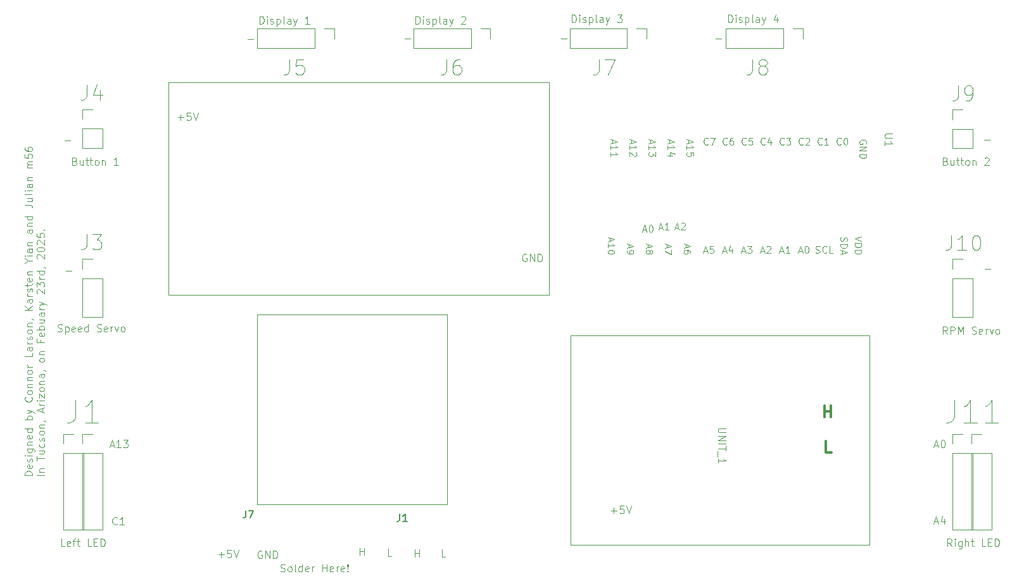
<source format=gbr>
%TF.GenerationSoftware,KiCad,Pcbnew,8.0.6*%
%TF.CreationDate,2025-02-23T20:12:14-07:00*%
%TF.ProjectId,Dash Main,44617368-204d-4616-996e-2e6b69636164,rev?*%
%TF.SameCoordinates,Original*%
%TF.FileFunction,Legend,Top*%
%TF.FilePolarity,Positive*%
%FSLAX46Y46*%
G04 Gerber Fmt 4.6, Leading zero omitted, Abs format (unit mm)*
G04 Created by KiCad (PCBNEW 8.0.6) date 2025-02-23 20:12:14*
%MOMM*%
%LPD*%
G01*
G04 APERTURE LIST*
%ADD10C,0.100000*%
%ADD11C,0.300000*%
%ADD12C,0.101600*%
%ADD13C,0.081280*%
%ADD14C,0.150000*%
%ADD15C,0.120000*%
G04 APERTURE END LIST*
D10*
X85703884Y-38891466D02*
X86465789Y-38891466D01*
X86084836Y-39272419D02*
X86084836Y-38510514D01*
X87418169Y-38272419D02*
X86941979Y-38272419D01*
X86941979Y-38272419D02*
X86894360Y-38748609D01*
X86894360Y-38748609D02*
X86941979Y-38700990D01*
X86941979Y-38700990D02*
X87037217Y-38653371D01*
X87037217Y-38653371D02*
X87275312Y-38653371D01*
X87275312Y-38653371D02*
X87370550Y-38700990D01*
X87370550Y-38700990D02*
X87418169Y-38748609D01*
X87418169Y-38748609D02*
X87465788Y-38843847D01*
X87465788Y-38843847D02*
X87465788Y-39081942D01*
X87465788Y-39081942D02*
X87418169Y-39177180D01*
X87418169Y-39177180D02*
X87370550Y-39224800D01*
X87370550Y-39224800D02*
X87275312Y-39272419D01*
X87275312Y-39272419D02*
X87037217Y-39272419D01*
X87037217Y-39272419D02*
X86941979Y-39224800D01*
X86941979Y-39224800D02*
X86894360Y-39177180D01*
X87751503Y-38272419D02*
X88084836Y-39272419D01*
X88084836Y-39272419D02*
X88418169Y-38272419D01*
X91103884Y-97391466D02*
X91865789Y-97391466D01*
X91484836Y-97772419D02*
X91484836Y-97010514D01*
X92818169Y-96772419D02*
X92341979Y-96772419D01*
X92341979Y-96772419D02*
X92294360Y-97248609D01*
X92294360Y-97248609D02*
X92341979Y-97200990D01*
X92341979Y-97200990D02*
X92437217Y-97153371D01*
X92437217Y-97153371D02*
X92675312Y-97153371D01*
X92675312Y-97153371D02*
X92770550Y-97200990D01*
X92770550Y-97200990D02*
X92818169Y-97248609D01*
X92818169Y-97248609D02*
X92865788Y-97343847D01*
X92865788Y-97343847D02*
X92865788Y-97581942D01*
X92865788Y-97581942D02*
X92818169Y-97677180D01*
X92818169Y-97677180D02*
X92770550Y-97724800D01*
X92770550Y-97724800D02*
X92675312Y-97772419D01*
X92675312Y-97772419D02*
X92437217Y-97772419D01*
X92437217Y-97772419D02*
X92341979Y-97724800D01*
X92341979Y-97724800D02*
X92294360Y-97677180D01*
X93151503Y-96772419D02*
X93484836Y-97772419D01*
X93484836Y-97772419D02*
X93818169Y-96772419D01*
X188337217Y-44748609D02*
X188480074Y-44796228D01*
X188480074Y-44796228D02*
X188527693Y-44843847D01*
X188527693Y-44843847D02*
X188575312Y-44939085D01*
X188575312Y-44939085D02*
X188575312Y-45081942D01*
X188575312Y-45081942D02*
X188527693Y-45177180D01*
X188527693Y-45177180D02*
X188480074Y-45224800D01*
X188480074Y-45224800D02*
X188384836Y-45272419D01*
X188384836Y-45272419D02*
X188003884Y-45272419D01*
X188003884Y-45272419D02*
X188003884Y-44272419D01*
X188003884Y-44272419D02*
X188337217Y-44272419D01*
X188337217Y-44272419D02*
X188432455Y-44320038D01*
X188432455Y-44320038D02*
X188480074Y-44367657D01*
X188480074Y-44367657D02*
X188527693Y-44462895D01*
X188527693Y-44462895D02*
X188527693Y-44558133D01*
X188527693Y-44558133D02*
X188480074Y-44653371D01*
X188480074Y-44653371D02*
X188432455Y-44700990D01*
X188432455Y-44700990D02*
X188337217Y-44748609D01*
X188337217Y-44748609D02*
X188003884Y-44748609D01*
X189432455Y-44605752D02*
X189432455Y-45272419D01*
X189003884Y-44605752D02*
X189003884Y-45129561D01*
X189003884Y-45129561D02*
X189051503Y-45224800D01*
X189051503Y-45224800D02*
X189146741Y-45272419D01*
X189146741Y-45272419D02*
X189289598Y-45272419D01*
X189289598Y-45272419D02*
X189384836Y-45224800D01*
X189384836Y-45224800D02*
X189432455Y-45177180D01*
X189765789Y-44605752D02*
X190146741Y-44605752D01*
X189908646Y-44272419D02*
X189908646Y-45129561D01*
X189908646Y-45129561D02*
X189956265Y-45224800D01*
X189956265Y-45224800D02*
X190051503Y-45272419D01*
X190051503Y-45272419D02*
X190146741Y-45272419D01*
X190337218Y-44605752D02*
X190718170Y-44605752D01*
X190480075Y-44272419D02*
X190480075Y-45129561D01*
X190480075Y-45129561D02*
X190527694Y-45224800D01*
X190527694Y-45224800D02*
X190622932Y-45272419D01*
X190622932Y-45272419D02*
X190718170Y-45272419D01*
X191194361Y-45272419D02*
X191099123Y-45224800D01*
X191099123Y-45224800D02*
X191051504Y-45177180D01*
X191051504Y-45177180D02*
X191003885Y-45081942D01*
X191003885Y-45081942D02*
X191003885Y-44796228D01*
X191003885Y-44796228D02*
X191051504Y-44700990D01*
X191051504Y-44700990D02*
X191099123Y-44653371D01*
X191099123Y-44653371D02*
X191194361Y-44605752D01*
X191194361Y-44605752D02*
X191337218Y-44605752D01*
X191337218Y-44605752D02*
X191432456Y-44653371D01*
X191432456Y-44653371D02*
X191480075Y-44700990D01*
X191480075Y-44700990D02*
X191527694Y-44796228D01*
X191527694Y-44796228D02*
X191527694Y-45081942D01*
X191527694Y-45081942D02*
X191480075Y-45177180D01*
X191480075Y-45177180D02*
X191432456Y-45224800D01*
X191432456Y-45224800D02*
X191337218Y-45272419D01*
X191337218Y-45272419D02*
X191194361Y-45272419D01*
X191956266Y-44605752D02*
X191956266Y-45272419D01*
X191956266Y-44700990D02*
X192003885Y-44653371D01*
X192003885Y-44653371D02*
X192099123Y-44605752D01*
X192099123Y-44605752D02*
X192241980Y-44605752D01*
X192241980Y-44605752D02*
X192337218Y-44653371D01*
X192337218Y-44653371D02*
X192384837Y-44748609D01*
X192384837Y-44748609D02*
X192384837Y-45272419D01*
X193575314Y-44367657D02*
X193622933Y-44320038D01*
X193622933Y-44320038D02*
X193718171Y-44272419D01*
X193718171Y-44272419D02*
X193956266Y-44272419D01*
X193956266Y-44272419D02*
X194051504Y-44320038D01*
X194051504Y-44320038D02*
X194099123Y-44367657D01*
X194099123Y-44367657D02*
X194146742Y-44462895D01*
X194146742Y-44462895D02*
X194146742Y-44558133D01*
X194146742Y-44558133D02*
X194099123Y-44700990D01*
X194099123Y-44700990D02*
X193527695Y-45272419D01*
X193527695Y-45272419D02*
X194146742Y-45272419D01*
X99456265Y-99624800D02*
X99599122Y-99672419D01*
X99599122Y-99672419D02*
X99837217Y-99672419D01*
X99837217Y-99672419D02*
X99932455Y-99624800D01*
X99932455Y-99624800D02*
X99980074Y-99577180D01*
X99980074Y-99577180D02*
X100027693Y-99481942D01*
X100027693Y-99481942D02*
X100027693Y-99386704D01*
X100027693Y-99386704D02*
X99980074Y-99291466D01*
X99980074Y-99291466D02*
X99932455Y-99243847D01*
X99932455Y-99243847D02*
X99837217Y-99196228D01*
X99837217Y-99196228D02*
X99646741Y-99148609D01*
X99646741Y-99148609D02*
X99551503Y-99100990D01*
X99551503Y-99100990D02*
X99503884Y-99053371D01*
X99503884Y-99053371D02*
X99456265Y-98958133D01*
X99456265Y-98958133D02*
X99456265Y-98862895D01*
X99456265Y-98862895D02*
X99503884Y-98767657D01*
X99503884Y-98767657D02*
X99551503Y-98720038D01*
X99551503Y-98720038D02*
X99646741Y-98672419D01*
X99646741Y-98672419D02*
X99884836Y-98672419D01*
X99884836Y-98672419D02*
X100027693Y-98720038D01*
X100599122Y-99672419D02*
X100503884Y-99624800D01*
X100503884Y-99624800D02*
X100456265Y-99577180D01*
X100456265Y-99577180D02*
X100408646Y-99481942D01*
X100408646Y-99481942D02*
X100408646Y-99196228D01*
X100408646Y-99196228D02*
X100456265Y-99100990D01*
X100456265Y-99100990D02*
X100503884Y-99053371D01*
X100503884Y-99053371D02*
X100599122Y-99005752D01*
X100599122Y-99005752D02*
X100741979Y-99005752D01*
X100741979Y-99005752D02*
X100837217Y-99053371D01*
X100837217Y-99053371D02*
X100884836Y-99100990D01*
X100884836Y-99100990D02*
X100932455Y-99196228D01*
X100932455Y-99196228D02*
X100932455Y-99481942D01*
X100932455Y-99481942D02*
X100884836Y-99577180D01*
X100884836Y-99577180D02*
X100837217Y-99624800D01*
X100837217Y-99624800D02*
X100741979Y-99672419D01*
X100741979Y-99672419D02*
X100599122Y-99672419D01*
X101503884Y-99672419D02*
X101408646Y-99624800D01*
X101408646Y-99624800D02*
X101361027Y-99529561D01*
X101361027Y-99529561D02*
X101361027Y-98672419D01*
X102313408Y-99672419D02*
X102313408Y-98672419D01*
X102313408Y-99624800D02*
X102218170Y-99672419D01*
X102218170Y-99672419D02*
X102027694Y-99672419D01*
X102027694Y-99672419D02*
X101932456Y-99624800D01*
X101932456Y-99624800D02*
X101884837Y-99577180D01*
X101884837Y-99577180D02*
X101837218Y-99481942D01*
X101837218Y-99481942D02*
X101837218Y-99196228D01*
X101837218Y-99196228D02*
X101884837Y-99100990D01*
X101884837Y-99100990D02*
X101932456Y-99053371D01*
X101932456Y-99053371D02*
X102027694Y-99005752D01*
X102027694Y-99005752D02*
X102218170Y-99005752D01*
X102218170Y-99005752D02*
X102313408Y-99053371D01*
X103170551Y-99624800D02*
X103075313Y-99672419D01*
X103075313Y-99672419D02*
X102884837Y-99672419D01*
X102884837Y-99672419D02*
X102789599Y-99624800D01*
X102789599Y-99624800D02*
X102741980Y-99529561D01*
X102741980Y-99529561D02*
X102741980Y-99148609D01*
X102741980Y-99148609D02*
X102789599Y-99053371D01*
X102789599Y-99053371D02*
X102884837Y-99005752D01*
X102884837Y-99005752D02*
X103075313Y-99005752D01*
X103075313Y-99005752D02*
X103170551Y-99053371D01*
X103170551Y-99053371D02*
X103218170Y-99148609D01*
X103218170Y-99148609D02*
X103218170Y-99243847D01*
X103218170Y-99243847D02*
X102741980Y-99339085D01*
X103646742Y-99672419D02*
X103646742Y-99005752D01*
X103646742Y-99196228D02*
X103694361Y-99100990D01*
X103694361Y-99100990D02*
X103741980Y-99053371D01*
X103741980Y-99053371D02*
X103837218Y-99005752D01*
X103837218Y-99005752D02*
X103932456Y-99005752D01*
X105027695Y-99672419D02*
X105027695Y-98672419D01*
X105027695Y-99148609D02*
X105599123Y-99148609D01*
X105599123Y-99672419D02*
X105599123Y-98672419D01*
X106456266Y-99624800D02*
X106361028Y-99672419D01*
X106361028Y-99672419D02*
X106170552Y-99672419D01*
X106170552Y-99672419D02*
X106075314Y-99624800D01*
X106075314Y-99624800D02*
X106027695Y-99529561D01*
X106027695Y-99529561D02*
X106027695Y-99148609D01*
X106027695Y-99148609D02*
X106075314Y-99053371D01*
X106075314Y-99053371D02*
X106170552Y-99005752D01*
X106170552Y-99005752D02*
X106361028Y-99005752D01*
X106361028Y-99005752D02*
X106456266Y-99053371D01*
X106456266Y-99053371D02*
X106503885Y-99148609D01*
X106503885Y-99148609D02*
X106503885Y-99243847D01*
X106503885Y-99243847D02*
X106027695Y-99339085D01*
X106932457Y-99672419D02*
X106932457Y-99005752D01*
X106932457Y-99196228D02*
X106980076Y-99100990D01*
X106980076Y-99100990D02*
X107027695Y-99053371D01*
X107027695Y-99053371D02*
X107122933Y-99005752D01*
X107122933Y-99005752D02*
X107218171Y-99005752D01*
X107932457Y-99624800D02*
X107837219Y-99672419D01*
X107837219Y-99672419D02*
X107646743Y-99672419D01*
X107646743Y-99672419D02*
X107551505Y-99624800D01*
X107551505Y-99624800D02*
X107503886Y-99529561D01*
X107503886Y-99529561D02*
X107503886Y-99148609D01*
X107503886Y-99148609D02*
X107551505Y-99053371D01*
X107551505Y-99053371D02*
X107646743Y-99005752D01*
X107646743Y-99005752D02*
X107837219Y-99005752D01*
X107837219Y-99005752D02*
X107932457Y-99053371D01*
X107932457Y-99053371D02*
X107980076Y-99148609D01*
X107980076Y-99148609D02*
X107980076Y-99243847D01*
X107980076Y-99243847D02*
X107503886Y-99339085D01*
X108408648Y-99577180D02*
X108456267Y-99624800D01*
X108456267Y-99624800D02*
X108408648Y-99672419D01*
X108408648Y-99672419D02*
X108361029Y-99624800D01*
X108361029Y-99624800D02*
X108408648Y-99577180D01*
X108408648Y-99577180D02*
X108408648Y-99672419D01*
X108408648Y-99291466D02*
X108361029Y-98720038D01*
X108361029Y-98720038D02*
X108408648Y-98672419D01*
X108408648Y-98672419D02*
X108456267Y-98720038D01*
X108456267Y-98720038D02*
X108408648Y-99291466D01*
X108408648Y-99291466D02*
X108408648Y-98672419D01*
X72037217Y-76727657D02*
X72037217Y-78870514D01*
X72037217Y-78870514D02*
X71894360Y-79299085D01*
X71894360Y-79299085D02*
X71608646Y-79584800D01*
X71608646Y-79584800D02*
X71180074Y-79727657D01*
X71180074Y-79727657D02*
X70894360Y-79727657D01*
X75037217Y-79727657D02*
X73322931Y-79727657D01*
X74180074Y-79727657D02*
X74180074Y-76727657D01*
X74180074Y-76727657D02*
X73894360Y-77156228D01*
X73894360Y-77156228D02*
X73608645Y-77441942D01*
X73608645Y-77441942D02*
X73322931Y-77584800D01*
X189175312Y-96272419D02*
X188841979Y-95796228D01*
X188603884Y-96272419D02*
X188603884Y-95272419D01*
X188603884Y-95272419D02*
X188984836Y-95272419D01*
X188984836Y-95272419D02*
X189080074Y-95320038D01*
X189080074Y-95320038D02*
X189127693Y-95367657D01*
X189127693Y-95367657D02*
X189175312Y-95462895D01*
X189175312Y-95462895D02*
X189175312Y-95605752D01*
X189175312Y-95605752D02*
X189127693Y-95700990D01*
X189127693Y-95700990D02*
X189080074Y-95748609D01*
X189080074Y-95748609D02*
X188984836Y-95796228D01*
X188984836Y-95796228D02*
X188603884Y-95796228D01*
X189603884Y-96272419D02*
X189603884Y-95605752D01*
X189603884Y-95272419D02*
X189556265Y-95320038D01*
X189556265Y-95320038D02*
X189603884Y-95367657D01*
X189603884Y-95367657D02*
X189651503Y-95320038D01*
X189651503Y-95320038D02*
X189603884Y-95272419D01*
X189603884Y-95272419D02*
X189603884Y-95367657D01*
X190508645Y-95605752D02*
X190508645Y-96415276D01*
X190508645Y-96415276D02*
X190461026Y-96510514D01*
X190461026Y-96510514D02*
X190413407Y-96558133D01*
X190413407Y-96558133D02*
X190318169Y-96605752D01*
X190318169Y-96605752D02*
X190175312Y-96605752D01*
X190175312Y-96605752D02*
X190080074Y-96558133D01*
X190508645Y-96224800D02*
X190413407Y-96272419D01*
X190413407Y-96272419D02*
X190222931Y-96272419D01*
X190222931Y-96272419D02*
X190127693Y-96224800D01*
X190127693Y-96224800D02*
X190080074Y-96177180D01*
X190080074Y-96177180D02*
X190032455Y-96081942D01*
X190032455Y-96081942D02*
X190032455Y-95796228D01*
X190032455Y-95796228D02*
X190080074Y-95700990D01*
X190080074Y-95700990D02*
X190127693Y-95653371D01*
X190127693Y-95653371D02*
X190222931Y-95605752D01*
X190222931Y-95605752D02*
X190413407Y-95605752D01*
X190413407Y-95605752D02*
X190508645Y-95653371D01*
X190984836Y-96272419D02*
X190984836Y-95272419D01*
X191413407Y-96272419D02*
X191413407Y-95748609D01*
X191413407Y-95748609D02*
X191365788Y-95653371D01*
X191365788Y-95653371D02*
X191270550Y-95605752D01*
X191270550Y-95605752D02*
X191127693Y-95605752D01*
X191127693Y-95605752D02*
X191032455Y-95653371D01*
X191032455Y-95653371D02*
X190984836Y-95700990D01*
X191746741Y-95605752D02*
X192127693Y-95605752D01*
X191889598Y-95272419D02*
X191889598Y-96129561D01*
X191889598Y-96129561D02*
X191937217Y-96224800D01*
X191937217Y-96224800D02*
X192032455Y-96272419D01*
X192032455Y-96272419D02*
X192127693Y-96272419D01*
X193699122Y-96272419D02*
X193222932Y-96272419D01*
X193222932Y-96272419D02*
X193222932Y-95272419D01*
X194032456Y-95748609D02*
X194365789Y-95748609D01*
X194508646Y-96272419D02*
X194032456Y-96272419D01*
X194032456Y-96272419D02*
X194032456Y-95272419D01*
X194032456Y-95272419D02*
X194508646Y-95272419D01*
X194937218Y-96272419D02*
X194937218Y-95272419D01*
X194937218Y-95272419D02*
X195175313Y-95272419D01*
X195175313Y-95272419D02*
X195318170Y-95320038D01*
X195318170Y-95320038D02*
X195413408Y-95415276D01*
X195413408Y-95415276D02*
X195461027Y-95510514D01*
X195461027Y-95510514D02*
X195508646Y-95700990D01*
X195508646Y-95700990D02*
X195508646Y-95843847D01*
X195508646Y-95843847D02*
X195461027Y-96034323D01*
X195461027Y-96034323D02*
X195413408Y-96129561D01*
X195413408Y-96129561D02*
X195318170Y-96224800D01*
X195318170Y-96224800D02*
X195175313Y-96272419D01*
X195175313Y-96272419D02*
X194937218Y-96272419D01*
X69656265Y-67524800D02*
X69799122Y-67572419D01*
X69799122Y-67572419D02*
X70037217Y-67572419D01*
X70037217Y-67572419D02*
X70132455Y-67524800D01*
X70132455Y-67524800D02*
X70180074Y-67477180D01*
X70180074Y-67477180D02*
X70227693Y-67381942D01*
X70227693Y-67381942D02*
X70227693Y-67286704D01*
X70227693Y-67286704D02*
X70180074Y-67191466D01*
X70180074Y-67191466D02*
X70132455Y-67143847D01*
X70132455Y-67143847D02*
X70037217Y-67096228D01*
X70037217Y-67096228D02*
X69846741Y-67048609D01*
X69846741Y-67048609D02*
X69751503Y-67000990D01*
X69751503Y-67000990D02*
X69703884Y-66953371D01*
X69703884Y-66953371D02*
X69656265Y-66858133D01*
X69656265Y-66858133D02*
X69656265Y-66762895D01*
X69656265Y-66762895D02*
X69703884Y-66667657D01*
X69703884Y-66667657D02*
X69751503Y-66620038D01*
X69751503Y-66620038D02*
X69846741Y-66572419D01*
X69846741Y-66572419D02*
X70084836Y-66572419D01*
X70084836Y-66572419D02*
X70227693Y-66620038D01*
X70656265Y-66905752D02*
X70656265Y-67905752D01*
X70656265Y-66953371D02*
X70751503Y-66905752D01*
X70751503Y-66905752D02*
X70941979Y-66905752D01*
X70941979Y-66905752D02*
X71037217Y-66953371D01*
X71037217Y-66953371D02*
X71084836Y-67000990D01*
X71084836Y-67000990D02*
X71132455Y-67096228D01*
X71132455Y-67096228D02*
X71132455Y-67381942D01*
X71132455Y-67381942D02*
X71084836Y-67477180D01*
X71084836Y-67477180D02*
X71037217Y-67524800D01*
X71037217Y-67524800D02*
X70941979Y-67572419D01*
X70941979Y-67572419D02*
X70751503Y-67572419D01*
X70751503Y-67572419D02*
X70656265Y-67524800D01*
X71941979Y-67524800D02*
X71846741Y-67572419D01*
X71846741Y-67572419D02*
X71656265Y-67572419D01*
X71656265Y-67572419D02*
X71561027Y-67524800D01*
X71561027Y-67524800D02*
X71513408Y-67429561D01*
X71513408Y-67429561D02*
X71513408Y-67048609D01*
X71513408Y-67048609D02*
X71561027Y-66953371D01*
X71561027Y-66953371D02*
X71656265Y-66905752D01*
X71656265Y-66905752D02*
X71846741Y-66905752D01*
X71846741Y-66905752D02*
X71941979Y-66953371D01*
X71941979Y-66953371D02*
X71989598Y-67048609D01*
X71989598Y-67048609D02*
X71989598Y-67143847D01*
X71989598Y-67143847D02*
X71513408Y-67239085D01*
X72799122Y-67524800D02*
X72703884Y-67572419D01*
X72703884Y-67572419D02*
X72513408Y-67572419D01*
X72513408Y-67572419D02*
X72418170Y-67524800D01*
X72418170Y-67524800D02*
X72370551Y-67429561D01*
X72370551Y-67429561D02*
X72370551Y-67048609D01*
X72370551Y-67048609D02*
X72418170Y-66953371D01*
X72418170Y-66953371D02*
X72513408Y-66905752D01*
X72513408Y-66905752D02*
X72703884Y-66905752D01*
X72703884Y-66905752D02*
X72799122Y-66953371D01*
X72799122Y-66953371D02*
X72846741Y-67048609D01*
X72846741Y-67048609D02*
X72846741Y-67143847D01*
X72846741Y-67143847D02*
X72370551Y-67239085D01*
X73703884Y-67572419D02*
X73703884Y-66572419D01*
X73703884Y-67524800D02*
X73608646Y-67572419D01*
X73608646Y-67572419D02*
X73418170Y-67572419D01*
X73418170Y-67572419D02*
X73322932Y-67524800D01*
X73322932Y-67524800D02*
X73275313Y-67477180D01*
X73275313Y-67477180D02*
X73227694Y-67381942D01*
X73227694Y-67381942D02*
X73227694Y-67096228D01*
X73227694Y-67096228D02*
X73275313Y-67000990D01*
X73275313Y-67000990D02*
X73322932Y-66953371D01*
X73322932Y-66953371D02*
X73418170Y-66905752D01*
X73418170Y-66905752D02*
X73608646Y-66905752D01*
X73608646Y-66905752D02*
X73703884Y-66953371D01*
X74894361Y-67524800D02*
X75037218Y-67572419D01*
X75037218Y-67572419D02*
X75275313Y-67572419D01*
X75275313Y-67572419D02*
X75370551Y-67524800D01*
X75370551Y-67524800D02*
X75418170Y-67477180D01*
X75418170Y-67477180D02*
X75465789Y-67381942D01*
X75465789Y-67381942D02*
X75465789Y-67286704D01*
X75465789Y-67286704D02*
X75418170Y-67191466D01*
X75418170Y-67191466D02*
X75370551Y-67143847D01*
X75370551Y-67143847D02*
X75275313Y-67096228D01*
X75275313Y-67096228D02*
X75084837Y-67048609D01*
X75084837Y-67048609D02*
X74989599Y-67000990D01*
X74989599Y-67000990D02*
X74941980Y-66953371D01*
X74941980Y-66953371D02*
X74894361Y-66858133D01*
X74894361Y-66858133D02*
X74894361Y-66762895D01*
X74894361Y-66762895D02*
X74941980Y-66667657D01*
X74941980Y-66667657D02*
X74989599Y-66620038D01*
X74989599Y-66620038D02*
X75084837Y-66572419D01*
X75084837Y-66572419D02*
X75322932Y-66572419D01*
X75322932Y-66572419D02*
X75465789Y-66620038D01*
X76275313Y-67524800D02*
X76180075Y-67572419D01*
X76180075Y-67572419D02*
X75989599Y-67572419D01*
X75989599Y-67572419D02*
X75894361Y-67524800D01*
X75894361Y-67524800D02*
X75846742Y-67429561D01*
X75846742Y-67429561D02*
X75846742Y-67048609D01*
X75846742Y-67048609D02*
X75894361Y-66953371D01*
X75894361Y-66953371D02*
X75989599Y-66905752D01*
X75989599Y-66905752D02*
X76180075Y-66905752D01*
X76180075Y-66905752D02*
X76275313Y-66953371D01*
X76275313Y-66953371D02*
X76322932Y-67048609D01*
X76322932Y-67048609D02*
X76322932Y-67143847D01*
X76322932Y-67143847D02*
X75846742Y-67239085D01*
X76751504Y-67572419D02*
X76751504Y-66905752D01*
X76751504Y-67096228D02*
X76799123Y-67000990D01*
X76799123Y-67000990D02*
X76846742Y-66953371D01*
X76846742Y-66953371D02*
X76941980Y-66905752D01*
X76941980Y-66905752D02*
X77037218Y-66905752D01*
X77275314Y-66905752D02*
X77513409Y-67572419D01*
X77513409Y-67572419D02*
X77751504Y-66905752D01*
X78275314Y-67572419D02*
X78180076Y-67524800D01*
X78180076Y-67524800D02*
X78132457Y-67477180D01*
X78132457Y-67477180D02*
X78084838Y-67381942D01*
X78084838Y-67381942D02*
X78084838Y-67096228D01*
X78084838Y-67096228D02*
X78132457Y-67000990D01*
X78132457Y-67000990D02*
X78180076Y-66953371D01*
X78180076Y-66953371D02*
X78275314Y-66905752D01*
X78275314Y-66905752D02*
X78418171Y-66905752D01*
X78418171Y-66905752D02*
X78513409Y-66953371D01*
X78513409Y-66953371D02*
X78561028Y-67000990D01*
X78561028Y-67000990D02*
X78608647Y-67096228D01*
X78608647Y-67096228D02*
X78608647Y-67381942D01*
X78608647Y-67381942D02*
X78561028Y-67477180D01*
X78561028Y-67477180D02*
X78513409Y-67524800D01*
X78513409Y-67524800D02*
X78418171Y-67572419D01*
X78418171Y-67572419D02*
X78275314Y-67572419D01*
X193603884Y-59191466D02*
X194365789Y-59191466D01*
X121480074Y-97672419D02*
X121003884Y-97672419D01*
X121003884Y-97672419D02*
X121003884Y-96672419D01*
X142013408Y-31150038D02*
X142013408Y-32578609D01*
X142013408Y-32578609D02*
X141918169Y-32864323D01*
X141918169Y-32864323D02*
X141727693Y-33054800D01*
X141727693Y-33054800D02*
X141441979Y-33150038D01*
X141441979Y-33150038D02*
X141251503Y-33150038D01*
X142775313Y-31150038D02*
X144108646Y-31150038D01*
X144108646Y-31150038D02*
X143251503Y-33150038D01*
X114280074Y-97572419D02*
X113803884Y-97572419D01*
X113803884Y-97572419D02*
X113803884Y-96572419D01*
X190013408Y-34650038D02*
X190013408Y-36078609D01*
X190013408Y-36078609D02*
X189918169Y-36364323D01*
X189918169Y-36364323D02*
X189727693Y-36554800D01*
X189727693Y-36554800D02*
X189441979Y-36650038D01*
X189441979Y-36650038D02*
X189251503Y-36650038D01*
X191061027Y-36650038D02*
X191441979Y-36650038D01*
X191441979Y-36650038D02*
X191632456Y-36554800D01*
X191632456Y-36554800D02*
X191727694Y-36459561D01*
X191727694Y-36459561D02*
X191918170Y-36173847D01*
X191918170Y-36173847D02*
X192013408Y-35792895D01*
X192013408Y-35792895D02*
X192013408Y-35030990D01*
X192013408Y-35030990D02*
X191918170Y-34840514D01*
X191918170Y-34840514D02*
X191822932Y-34745276D01*
X191822932Y-34745276D02*
X191632456Y-34650038D01*
X191632456Y-34650038D02*
X191251503Y-34650038D01*
X191251503Y-34650038D02*
X191061027Y-34745276D01*
X191061027Y-34745276D02*
X190965789Y-34840514D01*
X190965789Y-34840514D02*
X190870551Y-35030990D01*
X190870551Y-35030990D02*
X190870551Y-35507180D01*
X190870551Y-35507180D02*
X190965789Y-35697657D01*
X190965789Y-35697657D02*
X191061027Y-35792895D01*
X191061027Y-35792895D02*
X191251503Y-35888133D01*
X191251503Y-35888133D02*
X191632456Y-35888133D01*
X191632456Y-35888133D02*
X191822932Y-35792895D01*
X191822932Y-35792895D02*
X191918170Y-35697657D01*
X191918170Y-35697657D02*
X192013408Y-35507180D01*
X76656265Y-82786704D02*
X77132455Y-82786704D01*
X76561027Y-83072419D02*
X76894360Y-82072419D01*
X76894360Y-82072419D02*
X77227693Y-83072419D01*
X78084836Y-83072419D02*
X77513408Y-83072419D01*
X77799122Y-83072419D02*
X77799122Y-82072419D01*
X77799122Y-82072419D02*
X77703884Y-82215276D01*
X77703884Y-82215276D02*
X77608646Y-82310514D01*
X77608646Y-82310514D02*
X77513408Y-82358133D01*
X78418170Y-82072419D02*
X79037217Y-82072419D01*
X79037217Y-82072419D02*
X78703884Y-82453371D01*
X78703884Y-82453371D02*
X78846741Y-82453371D01*
X78846741Y-82453371D02*
X78941979Y-82500990D01*
X78941979Y-82500990D02*
X78989598Y-82548609D01*
X78989598Y-82548609D02*
X79037217Y-82643847D01*
X79037217Y-82643847D02*
X79037217Y-82881942D01*
X79037217Y-82881942D02*
X78989598Y-82977180D01*
X78989598Y-82977180D02*
X78941979Y-83024800D01*
X78941979Y-83024800D02*
X78846741Y-83072419D01*
X78846741Y-83072419D02*
X78561027Y-83072419D01*
X78561027Y-83072419D02*
X78465789Y-83024800D01*
X78465789Y-83024800D02*
X78418170Y-82977180D01*
D11*
X173068796Y-83700828D02*
X172354510Y-83700828D01*
X172354510Y-83700828D02*
X172354510Y-82200828D01*
D10*
X117403884Y-97672419D02*
X117403884Y-96672419D01*
X117403884Y-97148609D02*
X117975312Y-97148609D01*
X117975312Y-97672419D02*
X117975312Y-96672419D01*
X77575312Y-93277180D02*
X77527693Y-93324800D01*
X77527693Y-93324800D02*
X77384836Y-93372419D01*
X77384836Y-93372419D02*
X77289598Y-93372419D01*
X77289598Y-93372419D02*
X77146741Y-93324800D01*
X77146741Y-93324800D02*
X77051503Y-93229561D01*
X77051503Y-93229561D02*
X77003884Y-93134323D01*
X77003884Y-93134323D02*
X76956265Y-92943847D01*
X76956265Y-92943847D02*
X76956265Y-92800990D01*
X76956265Y-92800990D02*
X77003884Y-92610514D01*
X77003884Y-92610514D02*
X77051503Y-92515276D01*
X77051503Y-92515276D02*
X77146741Y-92420038D01*
X77146741Y-92420038D02*
X77289598Y-92372419D01*
X77289598Y-92372419D02*
X77384836Y-92372419D01*
X77384836Y-92372419D02*
X77527693Y-92420038D01*
X77527693Y-92420038D02*
X77575312Y-92467657D01*
X78527693Y-93372419D02*
X77956265Y-93372419D01*
X78241979Y-93372419D02*
X78241979Y-92372419D01*
X78241979Y-92372419D02*
X78146741Y-92515276D01*
X78146741Y-92515276D02*
X78051503Y-92610514D01*
X78051503Y-92610514D02*
X77956265Y-92658133D01*
X73513408Y-34550038D02*
X73513408Y-35978609D01*
X73513408Y-35978609D02*
X73418169Y-36264323D01*
X73418169Y-36264323D02*
X73227693Y-36454800D01*
X73227693Y-36454800D02*
X72941979Y-36550038D01*
X72941979Y-36550038D02*
X72751503Y-36550038D01*
X75322932Y-35216704D02*
X75322932Y-36550038D01*
X74846741Y-34454800D02*
X74370551Y-35883371D01*
X74370551Y-35883371D02*
X75608646Y-35883371D01*
X186856265Y-82786704D02*
X187332455Y-82786704D01*
X186761027Y-83072419D02*
X187094360Y-82072419D01*
X187094360Y-82072419D02*
X187427693Y-83072419D01*
X187951503Y-82072419D02*
X188046741Y-82072419D01*
X188046741Y-82072419D02*
X188141979Y-82120038D01*
X188141979Y-82120038D02*
X188189598Y-82167657D01*
X188189598Y-82167657D02*
X188237217Y-82262895D01*
X188237217Y-82262895D02*
X188284836Y-82453371D01*
X188284836Y-82453371D02*
X188284836Y-82691466D01*
X188284836Y-82691466D02*
X188237217Y-82881942D01*
X188237217Y-82881942D02*
X188189598Y-82977180D01*
X188189598Y-82977180D02*
X188141979Y-83024800D01*
X188141979Y-83024800D02*
X188046741Y-83072419D01*
X188046741Y-83072419D02*
X187951503Y-83072419D01*
X187951503Y-83072419D02*
X187856265Y-83024800D01*
X187856265Y-83024800D02*
X187808646Y-82977180D01*
X187808646Y-82977180D02*
X187761027Y-82881942D01*
X187761027Y-82881942D02*
X187713408Y-82691466D01*
X187713408Y-82691466D02*
X187713408Y-82453371D01*
X187713408Y-82453371D02*
X187761027Y-82262895D01*
X187761027Y-82262895D02*
X187808646Y-82167657D01*
X187808646Y-82167657D02*
X187856265Y-82120038D01*
X187856265Y-82120038D02*
X187951503Y-82072419D01*
X95053884Y-28411466D02*
X95815789Y-28411466D01*
X132327693Y-57220038D02*
X132232455Y-57172419D01*
X132232455Y-57172419D02*
X132089598Y-57172419D01*
X132089598Y-57172419D02*
X131946741Y-57220038D01*
X131946741Y-57220038D02*
X131851503Y-57315276D01*
X131851503Y-57315276D02*
X131803884Y-57410514D01*
X131803884Y-57410514D02*
X131756265Y-57600990D01*
X131756265Y-57600990D02*
X131756265Y-57743847D01*
X131756265Y-57743847D02*
X131803884Y-57934323D01*
X131803884Y-57934323D02*
X131851503Y-58029561D01*
X131851503Y-58029561D02*
X131946741Y-58124800D01*
X131946741Y-58124800D02*
X132089598Y-58172419D01*
X132089598Y-58172419D02*
X132184836Y-58172419D01*
X132184836Y-58172419D02*
X132327693Y-58124800D01*
X132327693Y-58124800D02*
X132375312Y-58077180D01*
X132375312Y-58077180D02*
X132375312Y-57743847D01*
X132375312Y-57743847D02*
X132184836Y-57743847D01*
X132803884Y-58172419D02*
X132803884Y-57172419D01*
X132803884Y-57172419D02*
X133375312Y-58172419D01*
X133375312Y-58172419D02*
X133375312Y-57172419D01*
X133851503Y-58172419D02*
X133851503Y-57172419D01*
X133851503Y-57172419D02*
X134089598Y-57172419D01*
X134089598Y-57172419D02*
X134232455Y-57220038D01*
X134232455Y-57220038D02*
X134327693Y-57315276D01*
X134327693Y-57315276D02*
X134375312Y-57410514D01*
X134375312Y-57410514D02*
X134422931Y-57600990D01*
X134422931Y-57600990D02*
X134422931Y-57743847D01*
X134422931Y-57743847D02*
X134375312Y-57934323D01*
X134375312Y-57934323D02*
X134327693Y-58029561D01*
X134327693Y-58029561D02*
X134232455Y-58124800D01*
X134232455Y-58124800D02*
X134089598Y-58172419D01*
X134089598Y-58172419D02*
X133851503Y-58172419D01*
X73513408Y-54550038D02*
X73513408Y-55978609D01*
X73513408Y-55978609D02*
X73418169Y-56264323D01*
X73418169Y-56264323D02*
X73227693Y-56454800D01*
X73227693Y-56454800D02*
X72941979Y-56550038D01*
X72941979Y-56550038D02*
X72751503Y-56550038D01*
X74275313Y-54550038D02*
X75513408Y-54550038D01*
X75513408Y-54550038D02*
X74846741Y-55311942D01*
X74846741Y-55311942D02*
X75132456Y-55311942D01*
X75132456Y-55311942D02*
X75322932Y-55407180D01*
X75322932Y-55407180D02*
X75418170Y-55502419D01*
X75418170Y-55502419D02*
X75513408Y-55692895D01*
X75513408Y-55692895D02*
X75513408Y-56169085D01*
X75513408Y-56169085D02*
X75418170Y-56359561D01*
X75418170Y-56359561D02*
X75322932Y-56454800D01*
X75322932Y-56454800D02*
X75132456Y-56550038D01*
X75132456Y-56550038D02*
X74561027Y-56550038D01*
X74561027Y-56550038D02*
X74370551Y-56454800D01*
X74370551Y-56454800D02*
X74275313Y-56359561D01*
X193503884Y-41891466D02*
X194265789Y-41891466D01*
X71937217Y-44748609D02*
X72080074Y-44796228D01*
X72080074Y-44796228D02*
X72127693Y-44843847D01*
X72127693Y-44843847D02*
X72175312Y-44939085D01*
X72175312Y-44939085D02*
X72175312Y-45081942D01*
X72175312Y-45081942D02*
X72127693Y-45177180D01*
X72127693Y-45177180D02*
X72080074Y-45224800D01*
X72080074Y-45224800D02*
X71984836Y-45272419D01*
X71984836Y-45272419D02*
X71603884Y-45272419D01*
X71603884Y-45272419D02*
X71603884Y-44272419D01*
X71603884Y-44272419D02*
X71937217Y-44272419D01*
X71937217Y-44272419D02*
X72032455Y-44320038D01*
X72032455Y-44320038D02*
X72080074Y-44367657D01*
X72080074Y-44367657D02*
X72127693Y-44462895D01*
X72127693Y-44462895D02*
X72127693Y-44558133D01*
X72127693Y-44558133D02*
X72080074Y-44653371D01*
X72080074Y-44653371D02*
X72032455Y-44700990D01*
X72032455Y-44700990D02*
X71937217Y-44748609D01*
X71937217Y-44748609D02*
X71603884Y-44748609D01*
X73032455Y-44605752D02*
X73032455Y-45272419D01*
X72603884Y-44605752D02*
X72603884Y-45129561D01*
X72603884Y-45129561D02*
X72651503Y-45224800D01*
X72651503Y-45224800D02*
X72746741Y-45272419D01*
X72746741Y-45272419D02*
X72889598Y-45272419D01*
X72889598Y-45272419D02*
X72984836Y-45224800D01*
X72984836Y-45224800D02*
X73032455Y-45177180D01*
X73365789Y-44605752D02*
X73746741Y-44605752D01*
X73508646Y-44272419D02*
X73508646Y-45129561D01*
X73508646Y-45129561D02*
X73556265Y-45224800D01*
X73556265Y-45224800D02*
X73651503Y-45272419D01*
X73651503Y-45272419D02*
X73746741Y-45272419D01*
X73937218Y-44605752D02*
X74318170Y-44605752D01*
X74080075Y-44272419D02*
X74080075Y-45129561D01*
X74080075Y-45129561D02*
X74127694Y-45224800D01*
X74127694Y-45224800D02*
X74222932Y-45272419D01*
X74222932Y-45272419D02*
X74318170Y-45272419D01*
X74794361Y-45272419D02*
X74699123Y-45224800D01*
X74699123Y-45224800D02*
X74651504Y-45177180D01*
X74651504Y-45177180D02*
X74603885Y-45081942D01*
X74603885Y-45081942D02*
X74603885Y-44796228D01*
X74603885Y-44796228D02*
X74651504Y-44700990D01*
X74651504Y-44700990D02*
X74699123Y-44653371D01*
X74699123Y-44653371D02*
X74794361Y-44605752D01*
X74794361Y-44605752D02*
X74937218Y-44605752D01*
X74937218Y-44605752D02*
X75032456Y-44653371D01*
X75032456Y-44653371D02*
X75080075Y-44700990D01*
X75080075Y-44700990D02*
X75127694Y-44796228D01*
X75127694Y-44796228D02*
X75127694Y-45081942D01*
X75127694Y-45081942D02*
X75080075Y-45177180D01*
X75080075Y-45177180D02*
X75032456Y-45224800D01*
X75032456Y-45224800D02*
X74937218Y-45272419D01*
X74937218Y-45272419D02*
X74794361Y-45272419D01*
X75556266Y-44605752D02*
X75556266Y-45272419D01*
X75556266Y-44700990D02*
X75603885Y-44653371D01*
X75603885Y-44653371D02*
X75699123Y-44605752D01*
X75699123Y-44605752D02*
X75841980Y-44605752D01*
X75841980Y-44605752D02*
X75937218Y-44653371D01*
X75937218Y-44653371D02*
X75984837Y-44748609D01*
X75984837Y-44748609D02*
X75984837Y-45272419D01*
X77746742Y-45272419D02*
X77175314Y-45272419D01*
X77461028Y-45272419D02*
X77461028Y-44272419D01*
X77461028Y-44272419D02*
X77365790Y-44415276D01*
X77365790Y-44415276D02*
X77270552Y-44510514D01*
X77270552Y-44510514D02*
X77175314Y-44558133D01*
X100613408Y-31150038D02*
X100613408Y-32578609D01*
X100613408Y-32578609D02*
X100518169Y-32864323D01*
X100518169Y-32864323D02*
X100327693Y-33054800D01*
X100327693Y-33054800D02*
X100041979Y-33150038D01*
X100041979Y-33150038D02*
X99851503Y-33150038D01*
X102518170Y-31150038D02*
X101565789Y-31150038D01*
X101565789Y-31150038D02*
X101470551Y-32102419D01*
X101470551Y-32102419D02*
X101565789Y-32007180D01*
X101565789Y-32007180D02*
X101756265Y-31911942D01*
X101756265Y-31911942D02*
X102232456Y-31911942D01*
X102232456Y-31911942D02*
X102422932Y-32007180D01*
X102422932Y-32007180D02*
X102518170Y-32102419D01*
X102518170Y-32102419D02*
X102613408Y-32292895D01*
X102613408Y-32292895D02*
X102613408Y-32769085D01*
X102613408Y-32769085D02*
X102518170Y-32959561D01*
X102518170Y-32959561D02*
X102422932Y-33054800D01*
X102422932Y-33054800D02*
X102232456Y-33150038D01*
X102232456Y-33150038D02*
X101756265Y-33150038D01*
X101756265Y-33150038D02*
X101565789Y-33054800D01*
X101565789Y-33054800D02*
X101470551Y-32959561D01*
X96637218Y-26372419D02*
X96637218Y-25372419D01*
X96637218Y-25372419D02*
X96875313Y-25372419D01*
X96875313Y-25372419D02*
X97018170Y-25420038D01*
X97018170Y-25420038D02*
X97113408Y-25515276D01*
X97113408Y-25515276D02*
X97161027Y-25610514D01*
X97161027Y-25610514D02*
X97208646Y-25800990D01*
X97208646Y-25800990D02*
X97208646Y-25943847D01*
X97208646Y-25943847D02*
X97161027Y-26134323D01*
X97161027Y-26134323D02*
X97113408Y-26229561D01*
X97113408Y-26229561D02*
X97018170Y-26324800D01*
X97018170Y-26324800D02*
X96875313Y-26372419D01*
X96875313Y-26372419D02*
X96637218Y-26372419D01*
X97637218Y-26372419D02*
X97637218Y-25705752D01*
X97637218Y-25372419D02*
X97589599Y-25420038D01*
X97589599Y-25420038D02*
X97637218Y-25467657D01*
X97637218Y-25467657D02*
X97684837Y-25420038D01*
X97684837Y-25420038D02*
X97637218Y-25372419D01*
X97637218Y-25372419D02*
X97637218Y-25467657D01*
X98065789Y-26324800D02*
X98161027Y-26372419D01*
X98161027Y-26372419D02*
X98351503Y-26372419D01*
X98351503Y-26372419D02*
X98446741Y-26324800D01*
X98446741Y-26324800D02*
X98494360Y-26229561D01*
X98494360Y-26229561D02*
X98494360Y-26181942D01*
X98494360Y-26181942D02*
X98446741Y-26086704D01*
X98446741Y-26086704D02*
X98351503Y-26039085D01*
X98351503Y-26039085D02*
X98208646Y-26039085D01*
X98208646Y-26039085D02*
X98113408Y-25991466D01*
X98113408Y-25991466D02*
X98065789Y-25896228D01*
X98065789Y-25896228D02*
X98065789Y-25848609D01*
X98065789Y-25848609D02*
X98113408Y-25753371D01*
X98113408Y-25753371D02*
X98208646Y-25705752D01*
X98208646Y-25705752D02*
X98351503Y-25705752D01*
X98351503Y-25705752D02*
X98446741Y-25753371D01*
X98922932Y-25705752D02*
X98922932Y-26705752D01*
X98922932Y-25753371D02*
X99018170Y-25705752D01*
X99018170Y-25705752D02*
X99208646Y-25705752D01*
X99208646Y-25705752D02*
X99303884Y-25753371D01*
X99303884Y-25753371D02*
X99351503Y-25800990D01*
X99351503Y-25800990D02*
X99399122Y-25896228D01*
X99399122Y-25896228D02*
X99399122Y-26181942D01*
X99399122Y-26181942D02*
X99351503Y-26277180D01*
X99351503Y-26277180D02*
X99303884Y-26324800D01*
X99303884Y-26324800D02*
X99208646Y-26372419D01*
X99208646Y-26372419D02*
X99018170Y-26372419D01*
X99018170Y-26372419D02*
X98922932Y-26324800D01*
X99970551Y-26372419D02*
X99875313Y-26324800D01*
X99875313Y-26324800D02*
X99827694Y-26229561D01*
X99827694Y-26229561D02*
X99827694Y-25372419D01*
X100780075Y-26372419D02*
X100780075Y-25848609D01*
X100780075Y-25848609D02*
X100732456Y-25753371D01*
X100732456Y-25753371D02*
X100637218Y-25705752D01*
X100637218Y-25705752D02*
X100446742Y-25705752D01*
X100446742Y-25705752D02*
X100351504Y-25753371D01*
X100780075Y-26324800D02*
X100684837Y-26372419D01*
X100684837Y-26372419D02*
X100446742Y-26372419D01*
X100446742Y-26372419D02*
X100351504Y-26324800D01*
X100351504Y-26324800D02*
X100303885Y-26229561D01*
X100303885Y-26229561D02*
X100303885Y-26134323D01*
X100303885Y-26134323D02*
X100351504Y-26039085D01*
X100351504Y-26039085D02*
X100446742Y-25991466D01*
X100446742Y-25991466D02*
X100684837Y-25991466D01*
X100684837Y-25991466D02*
X100780075Y-25943847D01*
X101161028Y-25705752D02*
X101399123Y-26372419D01*
X101637218Y-25705752D02*
X101399123Y-26372419D01*
X101399123Y-26372419D02*
X101303885Y-26610514D01*
X101303885Y-26610514D02*
X101256266Y-26658133D01*
X101256266Y-26658133D02*
X101161028Y-26705752D01*
X103303885Y-26372419D02*
X102732457Y-26372419D01*
X103018171Y-26372419D02*
X103018171Y-25372419D01*
X103018171Y-25372419D02*
X102922933Y-25515276D01*
X102922933Y-25515276D02*
X102827695Y-25610514D01*
X102827695Y-25610514D02*
X102732457Y-25658133D01*
X159287218Y-26172419D02*
X159287218Y-25172419D01*
X159287218Y-25172419D02*
X159525313Y-25172419D01*
X159525313Y-25172419D02*
X159668170Y-25220038D01*
X159668170Y-25220038D02*
X159763408Y-25315276D01*
X159763408Y-25315276D02*
X159811027Y-25410514D01*
X159811027Y-25410514D02*
X159858646Y-25600990D01*
X159858646Y-25600990D02*
X159858646Y-25743847D01*
X159858646Y-25743847D02*
X159811027Y-25934323D01*
X159811027Y-25934323D02*
X159763408Y-26029561D01*
X159763408Y-26029561D02*
X159668170Y-26124800D01*
X159668170Y-26124800D02*
X159525313Y-26172419D01*
X159525313Y-26172419D02*
X159287218Y-26172419D01*
X160287218Y-26172419D02*
X160287218Y-25505752D01*
X160287218Y-25172419D02*
X160239599Y-25220038D01*
X160239599Y-25220038D02*
X160287218Y-25267657D01*
X160287218Y-25267657D02*
X160334837Y-25220038D01*
X160334837Y-25220038D02*
X160287218Y-25172419D01*
X160287218Y-25172419D02*
X160287218Y-25267657D01*
X160715789Y-26124800D02*
X160811027Y-26172419D01*
X160811027Y-26172419D02*
X161001503Y-26172419D01*
X161001503Y-26172419D02*
X161096741Y-26124800D01*
X161096741Y-26124800D02*
X161144360Y-26029561D01*
X161144360Y-26029561D02*
X161144360Y-25981942D01*
X161144360Y-25981942D02*
X161096741Y-25886704D01*
X161096741Y-25886704D02*
X161001503Y-25839085D01*
X161001503Y-25839085D02*
X160858646Y-25839085D01*
X160858646Y-25839085D02*
X160763408Y-25791466D01*
X160763408Y-25791466D02*
X160715789Y-25696228D01*
X160715789Y-25696228D02*
X160715789Y-25648609D01*
X160715789Y-25648609D02*
X160763408Y-25553371D01*
X160763408Y-25553371D02*
X160858646Y-25505752D01*
X160858646Y-25505752D02*
X161001503Y-25505752D01*
X161001503Y-25505752D02*
X161096741Y-25553371D01*
X161572932Y-25505752D02*
X161572932Y-26505752D01*
X161572932Y-25553371D02*
X161668170Y-25505752D01*
X161668170Y-25505752D02*
X161858646Y-25505752D01*
X161858646Y-25505752D02*
X161953884Y-25553371D01*
X161953884Y-25553371D02*
X162001503Y-25600990D01*
X162001503Y-25600990D02*
X162049122Y-25696228D01*
X162049122Y-25696228D02*
X162049122Y-25981942D01*
X162049122Y-25981942D02*
X162001503Y-26077180D01*
X162001503Y-26077180D02*
X161953884Y-26124800D01*
X161953884Y-26124800D02*
X161858646Y-26172419D01*
X161858646Y-26172419D02*
X161668170Y-26172419D01*
X161668170Y-26172419D02*
X161572932Y-26124800D01*
X162620551Y-26172419D02*
X162525313Y-26124800D01*
X162525313Y-26124800D02*
X162477694Y-26029561D01*
X162477694Y-26029561D02*
X162477694Y-25172419D01*
X163430075Y-26172419D02*
X163430075Y-25648609D01*
X163430075Y-25648609D02*
X163382456Y-25553371D01*
X163382456Y-25553371D02*
X163287218Y-25505752D01*
X163287218Y-25505752D02*
X163096742Y-25505752D01*
X163096742Y-25505752D02*
X163001504Y-25553371D01*
X163430075Y-26124800D02*
X163334837Y-26172419D01*
X163334837Y-26172419D02*
X163096742Y-26172419D01*
X163096742Y-26172419D02*
X163001504Y-26124800D01*
X163001504Y-26124800D02*
X162953885Y-26029561D01*
X162953885Y-26029561D02*
X162953885Y-25934323D01*
X162953885Y-25934323D02*
X163001504Y-25839085D01*
X163001504Y-25839085D02*
X163096742Y-25791466D01*
X163096742Y-25791466D02*
X163334837Y-25791466D01*
X163334837Y-25791466D02*
X163430075Y-25743847D01*
X163811028Y-25505752D02*
X164049123Y-26172419D01*
X164287218Y-25505752D02*
X164049123Y-26172419D01*
X164049123Y-26172419D02*
X163953885Y-26410514D01*
X163953885Y-26410514D02*
X163906266Y-26458133D01*
X163906266Y-26458133D02*
X163811028Y-26505752D01*
X165858647Y-25505752D02*
X165858647Y-26172419D01*
X165620552Y-25124800D02*
X165382457Y-25839085D01*
X165382457Y-25839085D02*
X166001504Y-25839085D01*
X189113408Y-54650038D02*
X189113408Y-56078609D01*
X189113408Y-56078609D02*
X189018169Y-56364323D01*
X189018169Y-56364323D02*
X188827693Y-56554800D01*
X188827693Y-56554800D02*
X188541979Y-56650038D01*
X188541979Y-56650038D02*
X188351503Y-56650038D01*
X191113408Y-56650038D02*
X189970551Y-56650038D01*
X190541979Y-56650038D02*
X190541979Y-54650038D01*
X190541979Y-54650038D02*
X190351503Y-54935752D01*
X190351503Y-54935752D02*
X190161027Y-55126228D01*
X190161027Y-55126228D02*
X189970551Y-55221466D01*
X192351503Y-54650038D02*
X192541980Y-54650038D01*
X192541980Y-54650038D02*
X192732456Y-54745276D01*
X192732456Y-54745276D02*
X192827694Y-54840514D01*
X192827694Y-54840514D02*
X192922932Y-55030990D01*
X192922932Y-55030990D02*
X193018170Y-55411942D01*
X193018170Y-55411942D02*
X193018170Y-55888133D01*
X193018170Y-55888133D02*
X192922932Y-56269085D01*
X192922932Y-56269085D02*
X192827694Y-56459561D01*
X192827694Y-56459561D02*
X192732456Y-56554800D01*
X192732456Y-56554800D02*
X192541980Y-56650038D01*
X192541980Y-56650038D02*
X192351503Y-56650038D01*
X192351503Y-56650038D02*
X192161027Y-56554800D01*
X192161027Y-56554800D02*
X192065789Y-56459561D01*
X192065789Y-56459561D02*
X191970551Y-56269085D01*
X191970551Y-56269085D02*
X191875313Y-55888133D01*
X191875313Y-55888133D02*
X191875313Y-55411942D01*
X191875313Y-55411942D02*
X191970551Y-55030990D01*
X191970551Y-55030990D02*
X192065789Y-54840514D01*
X192065789Y-54840514D02*
X192161027Y-54745276D01*
X192161027Y-54745276D02*
X192351503Y-54650038D01*
X189537217Y-76727657D02*
X189537217Y-78870514D01*
X189537217Y-78870514D02*
X189394360Y-79299085D01*
X189394360Y-79299085D02*
X189108646Y-79584800D01*
X189108646Y-79584800D02*
X188680074Y-79727657D01*
X188680074Y-79727657D02*
X188394360Y-79727657D01*
X192537217Y-79727657D02*
X190822931Y-79727657D01*
X191680074Y-79727657D02*
X191680074Y-76727657D01*
X191680074Y-76727657D02*
X191394360Y-77156228D01*
X191394360Y-77156228D02*
X191108645Y-77441942D01*
X191108645Y-77441942D02*
X190822931Y-77584800D01*
X195394360Y-79727657D02*
X193680074Y-79727657D01*
X194537217Y-79727657D02*
X194537217Y-76727657D01*
X194537217Y-76727657D02*
X194251503Y-77156228D01*
X194251503Y-77156228D02*
X193965788Y-77441942D01*
X193965788Y-77441942D02*
X193680074Y-77584800D01*
X143603884Y-91491466D02*
X144365789Y-91491466D01*
X143984836Y-91872419D02*
X143984836Y-91110514D01*
X145318169Y-90872419D02*
X144841979Y-90872419D01*
X144841979Y-90872419D02*
X144794360Y-91348609D01*
X144794360Y-91348609D02*
X144841979Y-91300990D01*
X144841979Y-91300990D02*
X144937217Y-91253371D01*
X144937217Y-91253371D02*
X145175312Y-91253371D01*
X145175312Y-91253371D02*
X145270550Y-91300990D01*
X145270550Y-91300990D02*
X145318169Y-91348609D01*
X145318169Y-91348609D02*
X145365788Y-91443847D01*
X145365788Y-91443847D02*
X145365788Y-91681942D01*
X145365788Y-91681942D02*
X145318169Y-91777180D01*
X145318169Y-91777180D02*
X145270550Y-91824800D01*
X145270550Y-91824800D02*
X145175312Y-91872419D01*
X145175312Y-91872419D02*
X144937217Y-91872419D01*
X144937217Y-91872419D02*
X144841979Y-91824800D01*
X144841979Y-91824800D02*
X144794360Y-91777180D01*
X145651503Y-90872419D02*
X145984836Y-91872419D01*
X145984836Y-91872419D02*
X146318169Y-90872419D01*
X70580074Y-96272419D02*
X70103884Y-96272419D01*
X70103884Y-96272419D02*
X70103884Y-95272419D01*
X71294360Y-96224800D02*
X71199122Y-96272419D01*
X71199122Y-96272419D02*
X71008646Y-96272419D01*
X71008646Y-96272419D02*
X70913408Y-96224800D01*
X70913408Y-96224800D02*
X70865789Y-96129561D01*
X70865789Y-96129561D02*
X70865789Y-95748609D01*
X70865789Y-95748609D02*
X70913408Y-95653371D01*
X70913408Y-95653371D02*
X71008646Y-95605752D01*
X71008646Y-95605752D02*
X71199122Y-95605752D01*
X71199122Y-95605752D02*
X71294360Y-95653371D01*
X71294360Y-95653371D02*
X71341979Y-95748609D01*
X71341979Y-95748609D02*
X71341979Y-95843847D01*
X71341979Y-95843847D02*
X70865789Y-95939085D01*
X71627694Y-95605752D02*
X72008646Y-95605752D01*
X71770551Y-96272419D02*
X71770551Y-95415276D01*
X71770551Y-95415276D02*
X71818170Y-95320038D01*
X71818170Y-95320038D02*
X71913408Y-95272419D01*
X71913408Y-95272419D02*
X72008646Y-95272419D01*
X72199123Y-95605752D02*
X72580075Y-95605752D01*
X72341980Y-95272419D02*
X72341980Y-96129561D01*
X72341980Y-96129561D02*
X72389599Y-96224800D01*
X72389599Y-96224800D02*
X72484837Y-96272419D01*
X72484837Y-96272419D02*
X72580075Y-96272419D01*
X74151504Y-96272419D02*
X73675314Y-96272419D01*
X73675314Y-96272419D02*
X73675314Y-95272419D01*
X74484838Y-95748609D02*
X74818171Y-95748609D01*
X74961028Y-96272419D02*
X74484838Y-96272419D01*
X74484838Y-96272419D02*
X74484838Y-95272419D01*
X74484838Y-95272419D02*
X74961028Y-95272419D01*
X75389600Y-96272419D02*
X75389600Y-95272419D01*
X75389600Y-95272419D02*
X75627695Y-95272419D01*
X75627695Y-95272419D02*
X75770552Y-95320038D01*
X75770552Y-95320038D02*
X75865790Y-95415276D01*
X75865790Y-95415276D02*
X75913409Y-95510514D01*
X75913409Y-95510514D02*
X75961028Y-95700990D01*
X75961028Y-95700990D02*
X75961028Y-95843847D01*
X75961028Y-95843847D02*
X75913409Y-96034323D01*
X75913409Y-96034323D02*
X75865790Y-96129561D01*
X75865790Y-96129561D02*
X75770552Y-96224800D01*
X75770552Y-96224800D02*
X75627695Y-96272419D01*
X75627695Y-96272419D02*
X75389600Y-96272419D01*
X96927693Y-96920038D02*
X96832455Y-96872419D01*
X96832455Y-96872419D02*
X96689598Y-96872419D01*
X96689598Y-96872419D02*
X96546741Y-96920038D01*
X96546741Y-96920038D02*
X96451503Y-97015276D01*
X96451503Y-97015276D02*
X96403884Y-97110514D01*
X96403884Y-97110514D02*
X96356265Y-97300990D01*
X96356265Y-97300990D02*
X96356265Y-97443847D01*
X96356265Y-97443847D02*
X96403884Y-97634323D01*
X96403884Y-97634323D02*
X96451503Y-97729561D01*
X96451503Y-97729561D02*
X96546741Y-97824800D01*
X96546741Y-97824800D02*
X96689598Y-97872419D01*
X96689598Y-97872419D02*
X96784836Y-97872419D01*
X96784836Y-97872419D02*
X96927693Y-97824800D01*
X96927693Y-97824800D02*
X96975312Y-97777180D01*
X96975312Y-97777180D02*
X96975312Y-97443847D01*
X96975312Y-97443847D02*
X96784836Y-97443847D01*
X97403884Y-97872419D02*
X97403884Y-96872419D01*
X97403884Y-96872419D02*
X97975312Y-97872419D01*
X97975312Y-97872419D02*
X97975312Y-96872419D01*
X98451503Y-97872419D02*
X98451503Y-96872419D01*
X98451503Y-96872419D02*
X98689598Y-96872419D01*
X98689598Y-96872419D02*
X98832455Y-96920038D01*
X98832455Y-96920038D02*
X98927693Y-97015276D01*
X98927693Y-97015276D02*
X98975312Y-97110514D01*
X98975312Y-97110514D02*
X99022931Y-97300990D01*
X99022931Y-97300990D02*
X99022931Y-97443847D01*
X99022931Y-97443847D02*
X98975312Y-97634323D01*
X98975312Y-97634323D02*
X98927693Y-97729561D01*
X98927693Y-97729561D02*
X98832455Y-97824800D01*
X98832455Y-97824800D02*
X98689598Y-97872419D01*
X98689598Y-97872419D02*
X98451503Y-97872419D01*
X117503884Y-26372419D02*
X117503884Y-25372419D01*
X117503884Y-25372419D02*
X117741979Y-25372419D01*
X117741979Y-25372419D02*
X117884836Y-25420038D01*
X117884836Y-25420038D02*
X117980074Y-25515276D01*
X117980074Y-25515276D02*
X118027693Y-25610514D01*
X118027693Y-25610514D02*
X118075312Y-25800990D01*
X118075312Y-25800990D02*
X118075312Y-25943847D01*
X118075312Y-25943847D02*
X118027693Y-26134323D01*
X118027693Y-26134323D02*
X117980074Y-26229561D01*
X117980074Y-26229561D02*
X117884836Y-26324800D01*
X117884836Y-26324800D02*
X117741979Y-26372419D01*
X117741979Y-26372419D02*
X117503884Y-26372419D01*
X118503884Y-26372419D02*
X118503884Y-25705752D01*
X118503884Y-25372419D02*
X118456265Y-25420038D01*
X118456265Y-25420038D02*
X118503884Y-25467657D01*
X118503884Y-25467657D02*
X118551503Y-25420038D01*
X118551503Y-25420038D02*
X118503884Y-25372419D01*
X118503884Y-25372419D02*
X118503884Y-25467657D01*
X118932455Y-26324800D02*
X119027693Y-26372419D01*
X119027693Y-26372419D02*
X119218169Y-26372419D01*
X119218169Y-26372419D02*
X119313407Y-26324800D01*
X119313407Y-26324800D02*
X119361026Y-26229561D01*
X119361026Y-26229561D02*
X119361026Y-26181942D01*
X119361026Y-26181942D02*
X119313407Y-26086704D01*
X119313407Y-26086704D02*
X119218169Y-26039085D01*
X119218169Y-26039085D02*
X119075312Y-26039085D01*
X119075312Y-26039085D02*
X118980074Y-25991466D01*
X118980074Y-25991466D02*
X118932455Y-25896228D01*
X118932455Y-25896228D02*
X118932455Y-25848609D01*
X118932455Y-25848609D02*
X118980074Y-25753371D01*
X118980074Y-25753371D02*
X119075312Y-25705752D01*
X119075312Y-25705752D02*
X119218169Y-25705752D01*
X119218169Y-25705752D02*
X119313407Y-25753371D01*
X119789598Y-25705752D02*
X119789598Y-26705752D01*
X119789598Y-25753371D02*
X119884836Y-25705752D01*
X119884836Y-25705752D02*
X120075312Y-25705752D01*
X120075312Y-25705752D02*
X120170550Y-25753371D01*
X120170550Y-25753371D02*
X120218169Y-25800990D01*
X120218169Y-25800990D02*
X120265788Y-25896228D01*
X120265788Y-25896228D02*
X120265788Y-26181942D01*
X120265788Y-26181942D02*
X120218169Y-26277180D01*
X120218169Y-26277180D02*
X120170550Y-26324800D01*
X120170550Y-26324800D02*
X120075312Y-26372419D01*
X120075312Y-26372419D02*
X119884836Y-26372419D01*
X119884836Y-26372419D02*
X119789598Y-26324800D01*
X120837217Y-26372419D02*
X120741979Y-26324800D01*
X120741979Y-26324800D02*
X120694360Y-26229561D01*
X120694360Y-26229561D02*
X120694360Y-25372419D01*
X121646741Y-26372419D02*
X121646741Y-25848609D01*
X121646741Y-25848609D02*
X121599122Y-25753371D01*
X121599122Y-25753371D02*
X121503884Y-25705752D01*
X121503884Y-25705752D02*
X121313408Y-25705752D01*
X121313408Y-25705752D02*
X121218170Y-25753371D01*
X121646741Y-26324800D02*
X121551503Y-26372419D01*
X121551503Y-26372419D02*
X121313408Y-26372419D01*
X121313408Y-26372419D02*
X121218170Y-26324800D01*
X121218170Y-26324800D02*
X121170551Y-26229561D01*
X121170551Y-26229561D02*
X121170551Y-26134323D01*
X121170551Y-26134323D02*
X121218170Y-26039085D01*
X121218170Y-26039085D02*
X121313408Y-25991466D01*
X121313408Y-25991466D02*
X121551503Y-25991466D01*
X121551503Y-25991466D02*
X121646741Y-25943847D01*
X122027694Y-25705752D02*
X122265789Y-26372419D01*
X122503884Y-25705752D02*
X122265789Y-26372419D01*
X122265789Y-26372419D02*
X122170551Y-26610514D01*
X122170551Y-26610514D02*
X122122932Y-26658133D01*
X122122932Y-26658133D02*
X122027694Y-26705752D01*
X123599123Y-25467657D02*
X123646742Y-25420038D01*
X123646742Y-25420038D02*
X123741980Y-25372419D01*
X123741980Y-25372419D02*
X123980075Y-25372419D01*
X123980075Y-25372419D02*
X124075313Y-25420038D01*
X124075313Y-25420038D02*
X124122932Y-25467657D01*
X124122932Y-25467657D02*
X124170551Y-25562895D01*
X124170551Y-25562895D02*
X124170551Y-25658133D01*
X124170551Y-25658133D02*
X124122932Y-25800990D01*
X124122932Y-25800990D02*
X123551504Y-26372419D01*
X123551504Y-26372419D02*
X124170551Y-26372419D01*
X162513408Y-31150038D02*
X162513408Y-32578609D01*
X162513408Y-32578609D02*
X162418169Y-32864323D01*
X162418169Y-32864323D02*
X162227693Y-33054800D01*
X162227693Y-33054800D02*
X161941979Y-33150038D01*
X161941979Y-33150038D02*
X161751503Y-33150038D01*
X163751503Y-32007180D02*
X163561027Y-31911942D01*
X163561027Y-31911942D02*
X163465789Y-31816704D01*
X163465789Y-31816704D02*
X163370551Y-31626228D01*
X163370551Y-31626228D02*
X163370551Y-31530990D01*
X163370551Y-31530990D02*
X163465789Y-31340514D01*
X163465789Y-31340514D02*
X163561027Y-31245276D01*
X163561027Y-31245276D02*
X163751503Y-31150038D01*
X163751503Y-31150038D02*
X164132456Y-31150038D01*
X164132456Y-31150038D02*
X164322932Y-31245276D01*
X164322932Y-31245276D02*
X164418170Y-31340514D01*
X164418170Y-31340514D02*
X164513408Y-31530990D01*
X164513408Y-31530990D02*
X164513408Y-31626228D01*
X164513408Y-31626228D02*
X164418170Y-31816704D01*
X164418170Y-31816704D02*
X164322932Y-31911942D01*
X164322932Y-31911942D02*
X164132456Y-32007180D01*
X164132456Y-32007180D02*
X163751503Y-32007180D01*
X163751503Y-32007180D02*
X163561027Y-32102419D01*
X163561027Y-32102419D02*
X163465789Y-32197657D01*
X163465789Y-32197657D02*
X163370551Y-32388133D01*
X163370551Y-32388133D02*
X163370551Y-32769085D01*
X163370551Y-32769085D02*
X163465789Y-32959561D01*
X163465789Y-32959561D02*
X163561027Y-33054800D01*
X163561027Y-33054800D02*
X163751503Y-33150038D01*
X163751503Y-33150038D02*
X164132456Y-33150038D01*
X164132456Y-33150038D02*
X164322932Y-33054800D01*
X164322932Y-33054800D02*
X164418170Y-32959561D01*
X164418170Y-32959561D02*
X164513408Y-32769085D01*
X164513408Y-32769085D02*
X164513408Y-32388133D01*
X164513408Y-32388133D02*
X164418170Y-32197657D01*
X164418170Y-32197657D02*
X164322932Y-32102419D01*
X164322932Y-32102419D02*
X164132456Y-32007180D01*
X70603884Y-41991466D02*
X71365789Y-41991466D01*
X186856265Y-92986704D02*
X187332455Y-92986704D01*
X186761027Y-93272419D02*
X187094360Y-92272419D01*
X187094360Y-92272419D02*
X187427693Y-93272419D01*
X188189598Y-92605752D02*
X188189598Y-93272419D01*
X187951503Y-92224800D02*
X187713408Y-92939085D01*
X187713408Y-92939085D02*
X188332455Y-92939085D01*
X116028884Y-28336466D02*
X116790789Y-28336466D01*
X136903884Y-28336466D02*
X137665789Y-28336466D01*
X138403884Y-26172419D02*
X138403884Y-25172419D01*
X138403884Y-25172419D02*
X138641979Y-25172419D01*
X138641979Y-25172419D02*
X138784836Y-25220038D01*
X138784836Y-25220038D02*
X138880074Y-25315276D01*
X138880074Y-25315276D02*
X138927693Y-25410514D01*
X138927693Y-25410514D02*
X138975312Y-25600990D01*
X138975312Y-25600990D02*
X138975312Y-25743847D01*
X138975312Y-25743847D02*
X138927693Y-25934323D01*
X138927693Y-25934323D02*
X138880074Y-26029561D01*
X138880074Y-26029561D02*
X138784836Y-26124800D01*
X138784836Y-26124800D02*
X138641979Y-26172419D01*
X138641979Y-26172419D02*
X138403884Y-26172419D01*
X139403884Y-26172419D02*
X139403884Y-25505752D01*
X139403884Y-25172419D02*
X139356265Y-25220038D01*
X139356265Y-25220038D02*
X139403884Y-25267657D01*
X139403884Y-25267657D02*
X139451503Y-25220038D01*
X139451503Y-25220038D02*
X139403884Y-25172419D01*
X139403884Y-25172419D02*
X139403884Y-25267657D01*
X139832455Y-26124800D02*
X139927693Y-26172419D01*
X139927693Y-26172419D02*
X140118169Y-26172419D01*
X140118169Y-26172419D02*
X140213407Y-26124800D01*
X140213407Y-26124800D02*
X140261026Y-26029561D01*
X140261026Y-26029561D02*
X140261026Y-25981942D01*
X140261026Y-25981942D02*
X140213407Y-25886704D01*
X140213407Y-25886704D02*
X140118169Y-25839085D01*
X140118169Y-25839085D02*
X139975312Y-25839085D01*
X139975312Y-25839085D02*
X139880074Y-25791466D01*
X139880074Y-25791466D02*
X139832455Y-25696228D01*
X139832455Y-25696228D02*
X139832455Y-25648609D01*
X139832455Y-25648609D02*
X139880074Y-25553371D01*
X139880074Y-25553371D02*
X139975312Y-25505752D01*
X139975312Y-25505752D02*
X140118169Y-25505752D01*
X140118169Y-25505752D02*
X140213407Y-25553371D01*
X140689598Y-25505752D02*
X140689598Y-26505752D01*
X140689598Y-25553371D02*
X140784836Y-25505752D01*
X140784836Y-25505752D02*
X140975312Y-25505752D01*
X140975312Y-25505752D02*
X141070550Y-25553371D01*
X141070550Y-25553371D02*
X141118169Y-25600990D01*
X141118169Y-25600990D02*
X141165788Y-25696228D01*
X141165788Y-25696228D02*
X141165788Y-25981942D01*
X141165788Y-25981942D02*
X141118169Y-26077180D01*
X141118169Y-26077180D02*
X141070550Y-26124800D01*
X141070550Y-26124800D02*
X140975312Y-26172419D01*
X140975312Y-26172419D02*
X140784836Y-26172419D01*
X140784836Y-26172419D02*
X140689598Y-26124800D01*
X141737217Y-26172419D02*
X141641979Y-26124800D01*
X141641979Y-26124800D02*
X141594360Y-26029561D01*
X141594360Y-26029561D02*
X141594360Y-25172419D01*
X142546741Y-26172419D02*
X142546741Y-25648609D01*
X142546741Y-25648609D02*
X142499122Y-25553371D01*
X142499122Y-25553371D02*
X142403884Y-25505752D01*
X142403884Y-25505752D02*
X142213408Y-25505752D01*
X142213408Y-25505752D02*
X142118170Y-25553371D01*
X142546741Y-26124800D02*
X142451503Y-26172419D01*
X142451503Y-26172419D02*
X142213408Y-26172419D01*
X142213408Y-26172419D02*
X142118170Y-26124800D01*
X142118170Y-26124800D02*
X142070551Y-26029561D01*
X142070551Y-26029561D02*
X142070551Y-25934323D01*
X142070551Y-25934323D02*
X142118170Y-25839085D01*
X142118170Y-25839085D02*
X142213408Y-25791466D01*
X142213408Y-25791466D02*
X142451503Y-25791466D01*
X142451503Y-25791466D02*
X142546741Y-25743847D01*
X142927694Y-25505752D02*
X143165789Y-26172419D01*
X143403884Y-25505752D02*
X143165789Y-26172419D01*
X143165789Y-26172419D02*
X143070551Y-26410514D01*
X143070551Y-26410514D02*
X143022932Y-26458133D01*
X143022932Y-26458133D02*
X142927694Y-26505752D01*
X144451504Y-25172419D02*
X145070551Y-25172419D01*
X145070551Y-25172419D02*
X144737218Y-25553371D01*
X144737218Y-25553371D02*
X144880075Y-25553371D01*
X144880075Y-25553371D02*
X144975313Y-25600990D01*
X144975313Y-25600990D02*
X145022932Y-25648609D01*
X145022932Y-25648609D02*
X145070551Y-25743847D01*
X145070551Y-25743847D02*
X145070551Y-25981942D01*
X145070551Y-25981942D02*
X145022932Y-26077180D01*
X145022932Y-26077180D02*
X144975313Y-26124800D01*
X144975313Y-26124800D02*
X144880075Y-26172419D01*
X144880075Y-26172419D02*
X144594361Y-26172419D01*
X144594361Y-26172419D02*
X144499123Y-26124800D01*
X144499123Y-26124800D02*
X144451504Y-26077180D01*
X121613408Y-31150038D02*
X121613408Y-32578609D01*
X121613408Y-32578609D02*
X121518169Y-32864323D01*
X121518169Y-32864323D02*
X121327693Y-33054800D01*
X121327693Y-33054800D02*
X121041979Y-33150038D01*
X121041979Y-33150038D02*
X120851503Y-33150038D01*
X123422932Y-31150038D02*
X123041979Y-31150038D01*
X123041979Y-31150038D02*
X122851503Y-31245276D01*
X122851503Y-31245276D02*
X122756265Y-31340514D01*
X122756265Y-31340514D02*
X122565789Y-31626228D01*
X122565789Y-31626228D02*
X122470551Y-32007180D01*
X122470551Y-32007180D02*
X122470551Y-32769085D01*
X122470551Y-32769085D02*
X122565789Y-32959561D01*
X122565789Y-32959561D02*
X122661027Y-33054800D01*
X122661027Y-33054800D02*
X122851503Y-33150038D01*
X122851503Y-33150038D02*
X123232456Y-33150038D01*
X123232456Y-33150038D02*
X123422932Y-33054800D01*
X123422932Y-33054800D02*
X123518170Y-32959561D01*
X123518170Y-32959561D02*
X123613408Y-32769085D01*
X123613408Y-32769085D02*
X123613408Y-32292895D01*
X123613408Y-32292895D02*
X123518170Y-32102419D01*
X123518170Y-32102419D02*
X123422932Y-32007180D01*
X123422932Y-32007180D02*
X123232456Y-31911942D01*
X123232456Y-31911942D02*
X122851503Y-31911942D01*
X122851503Y-31911942D02*
X122661027Y-32007180D01*
X122661027Y-32007180D02*
X122565789Y-32102419D01*
X122565789Y-32102419D02*
X122470551Y-32292895D01*
D11*
X172154510Y-79000828D02*
X172154510Y-77500828D01*
X172154510Y-78215114D02*
X173011653Y-78215114D01*
X173011653Y-79000828D02*
X173011653Y-77500828D01*
D10*
X188575312Y-67872419D02*
X188241979Y-67396228D01*
X188003884Y-67872419D02*
X188003884Y-66872419D01*
X188003884Y-66872419D02*
X188384836Y-66872419D01*
X188384836Y-66872419D02*
X188480074Y-66920038D01*
X188480074Y-66920038D02*
X188527693Y-66967657D01*
X188527693Y-66967657D02*
X188575312Y-67062895D01*
X188575312Y-67062895D02*
X188575312Y-67205752D01*
X188575312Y-67205752D02*
X188527693Y-67300990D01*
X188527693Y-67300990D02*
X188480074Y-67348609D01*
X188480074Y-67348609D02*
X188384836Y-67396228D01*
X188384836Y-67396228D02*
X188003884Y-67396228D01*
X189003884Y-67872419D02*
X189003884Y-66872419D01*
X189003884Y-66872419D02*
X189384836Y-66872419D01*
X189384836Y-66872419D02*
X189480074Y-66920038D01*
X189480074Y-66920038D02*
X189527693Y-66967657D01*
X189527693Y-66967657D02*
X189575312Y-67062895D01*
X189575312Y-67062895D02*
X189575312Y-67205752D01*
X189575312Y-67205752D02*
X189527693Y-67300990D01*
X189527693Y-67300990D02*
X189480074Y-67348609D01*
X189480074Y-67348609D02*
X189384836Y-67396228D01*
X189384836Y-67396228D02*
X189003884Y-67396228D01*
X190003884Y-67872419D02*
X190003884Y-66872419D01*
X190003884Y-66872419D02*
X190337217Y-67586704D01*
X190337217Y-67586704D02*
X190670550Y-66872419D01*
X190670550Y-66872419D02*
X190670550Y-67872419D01*
X191861027Y-67824800D02*
X192003884Y-67872419D01*
X192003884Y-67872419D02*
X192241979Y-67872419D01*
X192241979Y-67872419D02*
X192337217Y-67824800D01*
X192337217Y-67824800D02*
X192384836Y-67777180D01*
X192384836Y-67777180D02*
X192432455Y-67681942D01*
X192432455Y-67681942D02*
X192432455Y-67586704D01*
X192432455Y-67586704D02*
X192384836Y-67491466D01*
X192384836Y-67491466D02*
X192337217Y-67443847D01*
X192337217Y-67443847D02*
X192241979Y-67396228D01*
X192241979Y-67396228D02*
X192051503Y-67348609D01*
X192051503Y-67348609D02*
X191956265Y-67300990D01*
X191956265Y-67300990D02*
X191908646Y-67253371D01*
X191908646Y-67253371D02*
X191861027Y-67158133D01*
X191861027Y-67158133D02*
X191861027Y-67062895D01*
X191861027Y-67062895D02*
X191908646Y-66967657D01*
X191908646Y-66967657D02*
X191956265Y-66920038D01*
X191956265Y-66920038D02*
X192051503Y-66872419D01*
X192051503Y-66872419D02*
X192289598Y-66872419D01*
X192289598Y-66872419D02*
X192432455Y-66920038D01*
X193241979Y-67824800D02*
X193146741Y-67872419D01*
X193146741Y-67872419D02*
X192956265Y-67872419D01*
X192956265Y-67872419D02*
X192861027Y-67824800D01*
X192861027Y-67824800D02*
X192813408Y-67729561D01*
X192813408Y-67729561D02*
X192813408Y-67348609D01*
X192813408Y-67348609D02*
X192861027Y-67253371D01*
X192861027Y-67253371D02*
X192956265Y-67205752D01*
X192956265Y-67205752D02*
X193146741Y-67205752D01*
X193146741Y-67205752D02*
X193241979Y-67253371D01*
X193241979Y-67253371D02*
X193289598Y-67348609D01*
X193289598Y-67348609D02*
X193289598Y-67443847D01*
X193289598Y-67443847D02*
X192813408Y-67539085D01*
X193718170Y-67872419D02*
X193718170Y-67205752D01*
X193718170Y-67396228D02*
X193765789Y-67300990D01*
X193765789Y-67300990D02*
X193813408Y-67253371D01*
X193813408Y-67253371D02*
X193908646Y-67205752D01*
X193908646Y-67205752D02*
X194003884Y-67205752D01*
X194241980Y-67205752D02*
X194480075Y-67872419D01*
X194480075Y-67872419D02*
X194718170Y-67205752D01*
X195241980Y-67872419D02*
X195146742Y-67824800D01*
X195146742Y-67824800D02*
X195099123Y-67777180D01*
X195099123Y-67777180D02*
X195051504Y-67681942D01*
X195051504Y-67681942D02*
X195051504Y-67396228D01*
X195051504Y-67396228D02*
X195099123Y-67300990D01*
X195099123Y-67300990D02*
X195146742Y-67253371D01*
X195146742Y-67253371D02*
X195241980Y-67205752D01*
X195241980Y-67205752D02*
X195384837Y-67205752D01*
X195384837Y-67205752D02*
X195480075Y-67253371D01*
X195480075Y-67253371D02*
X195527694Y-67300990D01*
X195527694Y-67300990D02*
X195575313Y-67396228D01*
X195575313Y-67396228D02*
X195575313Y-67681942D01*
X195575313Y-67681942D02*
X195527694Y-67777180D01*
X195527694Y-67777180D02*
X195480075Y-67824800D01*
X195480075Y-67824800D02*
X195384837Y-67872419D01*
X195384837Y-67872419D02*
X195241980Y-67872419D01*
X157603884Y-28336466D02*
X158365789Y-28336466D01*
X66242475Y-86786115D02*
X65242475Y-86786115D01*
X65242475Y-86786115D02*
X65242475Y-86548020D01*
X65242475Y-86548020D02*
X65290094Y-86405163D01*
X65290094Y-86405163D02*
X65385332Y-86309925D01*
X65385332Y-86309925D02*
X65480570Y-86262306D01*
X65480570Y-86262306D02*
X65671046Y-86214687D01*
X65671046Y-86214687D02*
X65813903Y-86214687D01*
X65813903Y-86214687D02*
X66004379Y-86262306D01*
X66004379Y-86262306D02*
X66099617Y-86309925D01*
X66099617Y-86309925D02*
X66194856Y-86405163D01*
X66194856Y-86405163D02*
X66242475Y-86548020D01*
X66242475Y-86548020D02*
X66242475Y-86786115D01*
X66194856Y-85405163D02*
X66242475Y-85500401D01*
X66242475Y-85500401D02*
X66242475Y-85690877D01*
X66242475Y-85690877D02*
X66194856Y-85786115D01*
X66194856Y-85786115D02*
X66099617Y-85833734D01*
X66099617Y-85833734D02*
X65718665Y-85833734D01*
X65718665Y-85833734D02*
X65623427Y-85786115D01*
X65623427Y-85786115D02*
X65575808Y-85690877D01*
X65575808Y-85690877D02*
X65575808Y-85500401D01*
X65575808Y-85500401D02*
X65623427Y-85405163D01*
X65623427Y-85405163D02*
X65718665Y-85357544D01*
X65718665Y-85357544D02*
X65813903Y-85357544D01*
X65813903Y-85357544D02*
X65909141Y-85833734D01*
X66194856Y-84976591D02*
X66242475Y-84881353D01*
X66242475Y-84881353D02*
X66242475Y-84690877D01*
X66242475Y-84690877D02*
X66194856Y-84595639D01*
X66194856Y-84595639D02*
X66099617Y-84548020D01*
X66099617Y-84548020D02*
X66051998Y-84548020D01*
X66051998Y-84548020D02*
X65956760Y-84595639D01*
X65956760Y-84595639D02*
X65909141Y-84690877D01*
X65909141Y-84690877D02*
X65909141Y-84833734D01*
X65909141Y-84833734D02*
X65861522Y-84928972D01*
X65861522Y-84928972D02*
X65766284Y-84976591D01*
X65766284Y-84976591D02*
X65718665Y-84976591D01*
X65718665Y-84976591D02*
X65623427Y-84928972D01*
X65623427Y-84928972D02*
X65575808Y-84833734D01*
X65575808Y-84833734D02*
X65575808Y-84690877D01*
X65575808Y-84690877D02*
X65623427Y-84595639D01*
X66242475Y-84119448D02*
X65575808Y-84119448D01*
X65242475Y-84119448D02*
X65290094Y-84167067D01*
X65290094Y-84167067D02*
X65337713Y-84119448D01*
X65337713Y-84119448D02*
X65290094Y-84071829D01*
X65290094Y-84071829D02*
X65242475Y-84119448D01*
X65242475Y-84119448D02*
X65337713Y-84119448D01*
X65575808Y-83214687D02*
X66385332Y-83214687D01*
X66385332Y-83214687D02*
X66480570Y-83262306D01*
X66480570Y-83262306D02*
X66528189Y-83309925D01*
X66528189Y-83309925D02*
X66575808Y-83405163D01*
X66575808Y-83405163D02*
X66575808Y-83548020D01*
X66575808Y-83548020D02*
X66528189Y-83643258D01*
X66194856Y-83214687D02*
X66242475Y-83309925D01*
X66242475Y-83309925D02*
X66242475Y-83500401D01*
X66242475Y-83500401D02*
X66194856Y-83595639D01*
X66194856Y-83595639D02*
X66147236Y-83643258D01*
X66147236Y-83643258D02*
X66051998Y-83690877D01*
X66051998Y-83690877D02*
X65766284Y-83690877D01*
X65766284Y-83690877D02*
X65671046Y-83643258D01*
X65671046Y-83643258D02*
X65623427Y-83595639D01*
X65623427Y-83595639D02*
X65575808Y-83500401D01*
X65575808Y-83500401D02*
X65575808Y-83309925D01*
X65575808Y-83309925D02*
X65623427Y-83214687D01*
X65575808Y-82738496D02*
X66242475Y-82738496D01*
X65671046Y-82738496D02*
X65623427Y-82690877D01*
X65623427Y-82690877D02*
X65575808Y-82595639D01*
X65575808Y-82595639D02*
X65575808Y-82452782D01*
X65575808Y-82452782D02*
X65623427Y-82357544D01*
X65623427Y-82357544D02*
X65718665Y-82309925D01*
X65718665Y-82309925D02*
X66242475Y-82309925D01*
X66194856Y-81452782D02*
X66242475Y-81548020D01*
X66242475Y-81548020D02*
X66242475Y-81738496D01*
X66242475Y-81738496D02*
X66194856Y-81833734D01*
X66194856Y-81833734D02*
X66099617Y-81881353D01*
X66099617Y-81881353D02*
X65718665Y-81881353D01*
X65718665Y-81881353D02*
X65623427Y-81833734D01*
X65623427Y-81833734D02*
X65575808Y-81738496D01*
X65575808Y-81738496D02*
X65575808Y-81548020D01*
X65575808Y-81548020D02*
X65623427Y-81452782D01*
X65623427Y-81452782D02*
X65718665Y-81405163D01*
X65718665Y-81405163D02*
X65813903Y-81405163D01*
X65813903Y-81405163D02*
X65909141Y-81881353D01*
X66242475Y-80548020D02*
X65242475Y-80548020D01*
X66194856Y-80548020D02*
X66242475Y-80643258D01*
X66242475Y-80643258D02*
X66242475Y-80833734D01*
X66242475Y-80833734D02*
X66194856Y-80928972D01*
X66194856Y-80928972D02*
X66147236Y-80976591D01*
X66147236Y-80976591D02*
X66051998Y-81024210D01*
X66051998Y-81024210D02*
X65766284Y-81024210D01*
X65766284Y-81024210D02*
X65671046Y-80976591D01*
X65671046Y-80976591D02*
X65623427Y-80928972D01*
X65623427Y-80928972D02*
X65575808Y-80833734D01*
X65575808Y-80833734D02*
X65575808Y-80643258D01*
X65575808Y-80643258D02*
X65623427Y-80548020D01*
X66242475Y-79309924D02*
X65242475Y-79309924D01*
X65623427Y-79309924D02*
X65575808Y-79214686D01*
X65575808Y-79214686D02*
X65575808Y-79024210D01*
X65575808Y-79024210D02*
X65623427Y-78928972D01*
X65623427Y-78928972D02*
X65671046Y-78881353D01*
X65671046Y-78881353D02*
X65766284Y-78833734D01*
X65766284Y-78833734D02*
X66051998Y-78833734D01*
X66051998Y-78833734D02*
X66147236Y-78881353D01*
X66147236Y-78881353D02*
X66194856Y-78928972D01*
X66194856Y-78928972D02*
X66242475Y-79024210D01*
X66242475Y-79024210D02*
X66242475Y-79214686D01*
X66242475Y-79214686D02*
X66194856Y-79309924D01*
X65575808Y-78500400D02*
X66242475Y-78262305D01*
X65575808Y-78024210D02*
X66242475Y-78262305D01*
X66242475Y-78262305D02*
X66480570Y-78357543D01*
X66480570Y-78357543D02*
X66528189Y-78405162D01*
X66528189Y-78405162D02*
X66575808Y-78500400D01*
X66147236Y-76309924D02*
X66194856Y-76357543D01*
X66194856Y-76357543D02*
X66242475Y-76500400D01*
X66242475Y-76500400D02*
X66242475Y-76595638D01*
X66242475Y-76595638D02*
X66194856Y-76738495D01*
X66194856Y-76738495D02*
X66099617Y-76833733D01*
X66099617Y-76833733D02*
X66004379Y-76881352D01*
X66004379Y-76881352D02*
X65813903Y-76928971D01*
X65813903Y-76928971D02*
X65671046Y-76928971D01*
X65671046Y-76928971D02*
X65480570Y-76881352D01*
X65480570Y-76881352D02*
X65385332Y-76833733D01*
X65385332Y-76833733D02*
X65290094Y-76738495D01*
X65290094Y-76738495D02*
X65242475Y-76595638D01*
X65242475Y-76595638D02*
X65242475Y-76500400D01*
X65242475Y-76500400D02*
X65290094Y-76357543D01*
X65290094Y-76357543D02*
X65337713Y-76309924D01*
X66242475Y-75738495D02*
X66194856Y-75833733D01*
X66194856Y-75833733D02*
X66147236Y-75881352D01*
X66147236Y-75881352D02*
X66051998Y-75928971D01*
X66051998Y-75928971D02*
X65766284Y-75928971D01*
X65766284Y-75928971D02*
X65671046Y-75881352D01*
X65671046Y-75881352D02*
X65623427Y-75833733D01*
X65623427Y-75833733D02*
X65575808Y-75738495D01*
X65575808Y-75738495D02*
X65575808Y-75595638D01*
X65575808Y-75595638D02*
X65623427Y-75500400D01*
X65623427Y-75500400D02*
X65671046Y-75452781D01*
X65671046Y-75452781D02*
X65766284Y-75405162D01*
X65766284Y-75405162D02*
X66051998Y-75405162D01*
X66051998Y-75405162D02*
X66147236Y-75452781D01*
X66147236Y-75452781D02*
X66194856Y-75500400D01*
X66194856Y-75500400D02*
X66242475Y-75595638D01*
X66242475Y-75595638D02*
X66242475Y-75738495D01*
X65575808Y-74976590D02*
X66242475Y-74976590D01*
X65671046Y-74976590D02*
X65623427Y-74928971D01*
X65623427Y-74928971D02*
X65575808Y-74833733D01*
X65575808Y-74833733D02*
X65575808Y-74690876D01*
X65575808Y-74690876D02*
X65623427Y-74595638D01*
X65623427Y-74595638D02*
X65718665Y-74548019D01*
X65718665Y-74548019D02*
X66242475Y-74548019D01*
X65575808Y-74071828D02*
X66242475Y-74071828D01*
X65671046Y-74071828D02*
X65623427Y-74024209D01*
X65623427Y-74024209D02*
X65575808Y-73928971D01*
X65575808Y-73928971D02*
X65575808Y-73786114D01*
X65575808Y-73786114D02*
X65623427Y-73690876D01*
X65623427Y-73690876D02*
X65718665Y-73643257D01*
X65718665Y-73643257D02*
X66242475Y-73643257D01*
X66242475Y-73024209D02*
X66194856Y-73119447D01*
X66194856Y-73119447D02*
X66147236Y-73167066D01*
X66147236Y-73167066D02*
X66051998Y-73214685D01*
X66051998Y-73214685D02*
X65766284Y-73214685D01*
X65766284Y-73214685D02*
X65671046Y-73167066D01*
X65671046Y-73167066D02*
X65623427Y-73119447D01*
X65623427Y-73119447D02*
X65575808Y-73024209D01*
X65575808Y-73024209D02*
X65575808Y-72881352D01*
X65575808Y-72881352D02*
X65623427Y-72786114D01*
X65623427Y-72786114D02*
X65671046Y-72738495D01*
X65671046Y-72738495D02*
X65766284Y-72690876D01*
X65766284Y-72690876D02*
X66051998Y-72690876D01*
X66051998Y-72690876D02*
X66147236Y-72738495D01*
X66147236Y-72738495D02*
X66194856Y-72786114D01*
X66194856Y-72786114D02*
X66242475Y-72881352D01*
X66242475Y-72881352D02*
X66242475Y-73024209D01*
X66242475Y-72262304D02*
X65575808Y-72262304D01*
X65766284Y-72262304D02*
X65671046Y-72214685D01*
X65671046Y-72214685D02*
X65623427Y-72167066D01*
X65623427Y-72167066D02*
X65575808Y-72071828D01*
X65575808Y-72071828D02*
X65575808Y-71976590D01*
X66242475Y-70405161D02*
X66242475Y-70881351D01*
X66242475Y-70881351D02*
X65242475Y-70881351D01*
X66242475Y-69643256D02*
X65718665Y-69643256D01*
X65718665Y-69643256D02*
X65623427Y-69690875D01*
X65623427Y-69690875D02*
X65575808Y-69786113D01*
X65575808Y-69786113D02*
X65575808Y-69976589D01*
X65575808Y-69976589D02*
X65623427Y-70071827D01*
X66194856Y-69643256D02*
X66242475Y-69738494D01*
X66242475Y-69738494D02*
X66242475Y-69976589D01*
X66242475Y-69976589D02*
X66194856Y-70071827D01*
X66194856Y-70071827D02*
X66099617Y-70119446D01*
X66099617Y-70119446D02*
X66004379Y-70119446D01*
X66004379Y-70119446D02*
X65909141Y-70071827D01*
X65909141Y-70071827D02*
X65861522Y-69976589D01*
X65861522Y-69976589D02*
X65861522Y-69738494D01*
X65861522Y-69738494D02*
X65813903Y-69643256D01*
X66242475Y-69167065D02*
X65575808Y-69167065D01*
X65766284Y-69167065D02*
X65671046Y-69119446D01*
X65671046Y-69119446D02*
X65623427Y-69071827D01*
X65623427Y-69071827D02*
X65575808Y-68976589D01*
X65575808Y-68976589D02*
X65575808Y-68881351D01*
X66194856Y-68595636D02*
X66242475Y-68500398D01*
X66242475Y-68500398D02*
X66242475Y-68309922D01*
X66242475Y-68309922D02*
X66194856Y-68214684D01*
X66194856Y-68214684D02*
X66099617Y-68167065D01*
X66099617Y-68167065D02*
X66051998Y-68167065D01*
X66051998Y-68167065D02*
X65956760Y-68214684D01*
X65956760Y-68214684D02*
X65909141Y-68309922D01*
X65909141Y-68309922D02*
X65909141Y-68452779D01*
X65909141Y-68452779D02*
X65861522Y-68548017D01*
X65861522Y-68548017D02*
X65766284Y-68595636D01*
X65766284Y-68595636D02*
X65718665Y-68595636D01*
X65718665Y-68595636D02*
X65623427Y-68548017D01*
X65623427Y-68548017D02*
X65575808Y-68452779D01*
X65575808Y-68452779D02*
X65575808Y-68309922D01*
X65575808Y-68309922D02*
X65623427Y-68214684D01*
X66242475Y-67595636D02*
X66194856Y-67690874D01*
X66194856Y-67690874D02*
X66147236Y-67738493D01*
X66147236Y-67738493D02*
X66051998Y-67786112D01*
X66051998Y-67786112D02*
X65766284Y-67786112D01*
X65766284Y-67786112D02*
X65671046Y-67738493D01*
X65671046Y-67738493D02*
X65623427Y-67690874D01*
X65623427Y-67690874D02*
X65575808Y-67595636D01*
X65575808Y-67595636D02*
X65575808Y-67452779D01*
X65575808Y-67452779D02*
X65623427Y-67357541D01*
X65623427Y-67357541D02*
X65671046Y-67309922D01*
X65671046Y-67309922D02*
X65766284Y-67262303D01*
X65766284Y-67262303D02*
X66051998Y-67262303D01*
X66051998Y-67262303D02*
X66147236Y-67309922D01*
X66147236Y-67309922D02*
X66194856Y-67357541D01*
X66194856Y-67357541D02*
X66242475Y-67452779D01*
X66242475Y-67452779D02*
X66242475Y-67595636D01*
X65575808Y-66833731D02*
X66242475Y-66833731D01*
X65671046Y-66833731D02*
X65623427Y-66786112D01*
X65623427Y-66786112D02*
X65575808Y-66690874D01*
X65575808Y-66690874D02*
X65575808Y-66548017D01*
X65575808Y-66548017D02*
X65623427Y-66452779D01*
X65623427Y-66452779D02*
X65718665Y-66405160D01*
X65718665Y-66405160D02*
X66242475Y-66405160D01*
X66194856Y-65881350D02*
X66242475Y-65881350D01*
X66242475Y-65881350D02*
X66337713Y-65928969D01*
X66337713Y-65928969D02*
X66385332Y-65976588D01*
X66242475Y-64690874D02*
X65242475Y-64690874D01*
X66242475Y-64119446D02*
X65671046Y-64548017D01*
X65242475Y-64119446D02*
X65813903Y-64690874D01*
X66242475Y-63262303D02*
X65718665Y-63262303D01*
X65718665Y-63262303D02*
X65623427Y-63309922D01*
X65623427Y-63309922D02*
X65575808Y-63405160D01*
X65575808Y-63405160D02*
X65575808Y-63595636D01*
X65575808Y-63595636D02*
X65623427Y-63690874D01*
X66194856Y-63262303D02*
X66242475Y-63357541D01*
X66242475Y-63357541D02*
X66242475Y-63595636D01*
X66242475Y-63595636D02*
X66194856Y-63690874D01*
X66194856Y-63690874D02*
X66099617Y-63738493D01*
X66099617Y-63738493D02*
X66004379Y-63738493D01*
X66004379Y-63738493D02*
X65909141Y-63690874D01*
X65909141Y-63690874D02*
X65861522Y-63595636D01*
X65861522Y-63595636D02*
X65861522Y-63357541D01*
X65861522Y-63357541D02*
X65813903Y-63262303D01*
X66242475Y-62786112D02*
X65575808Y-62786112D01*
X65766284Y-62786112D02*
X65671046Y-62738493D01*
X65671046Y-62738493D02*
X65623427Y-62690874D01*
X65623427Y-62690874D02*
X65575808Y-62595636D01*
X65575808Y-62595636D02*
X65575808Y-62500398D01*
X66194856Y-62214683D02*
X66242475Y-62119445D01*
X66242475Y-62119445D02*
X66242475Y-61928969D01*
X66242475Y-61928969D02*
X66194856Y-61833731D01*
X66194856Y-61833731D02*
X66099617Y-61786112D01*
X66099617Y-61786112D02*
X66051998Y-61786112D01*
X66051998Y-61786112D02*
X65956760Y-61833731D01*
X65956760Y-61833731D02*
X65909141Y-61928969D01*
X65909141Y-61928969D02*
X65909141Y-62071826D01*
X65909141Y-62071826D02*
X65861522Y-62167064D01*
X65861522Y-62167064D02*
X65766284Y-62214683D01*
X65766284Y-62214683D02*
X65718665Y-62214683D01*
X65718665Y-62214683D02*
X65623427Y-62167064D01*
X65623427Y-62167064D02*
X65575808Y-62071826D01*
X65575808Y-62071826D02*
X65575808Y-61928969D01*
X65575808Y-61928969D02*
X65623427Y-61833731D01*
X65575808Y-61500397D02*
X65575808Y-61119445D01*
X65242475Y-61357540D02*
X66099617Y-61357540D01*
X66099617Y-61357540D02*
X66194856Y-61309921D01*
X66194856Y-61309921D02*
X66242475Y-61214683D01*
X66242475Y-61214683D02*
X66242475Y-61119445D01*
X66194856Y-60405159D02*
X66242475Y-60500397D01*
X66242475Y-60500397D02*
X66242475Y-60690873D01*
X66242475Y-60690873D02*
X66194856Y-60786111D01*
X66194856Y-60786111D02*
X66099617Y-60833730D01*
X66099617Y-60833730D02*
X65718665Y-60833730D01*
X65718665Y-60833730D02*
X65623427Y-60786111D01*
X65623427Y-60786111D02*
X65575808Y-60690873D01*
X65575808Y-60690873D02*
X65575808Y-60500397D01*
X65575808Y-60500397D02*
X65623427Y-60405159D01*
X65623427Y-60405159D02*
X65718665Y-60357540D01*
X65718665Y-60357540D02*
X65813903Y-60357540D01*
X65813903Y-60357540D02*
X65909141Y-60833730D01*
X65575808Y-59928968D02*
X66242475Y-59928968D01*
X65671046Y-59928968D02*
X65623427Y-59881349D01*
X65623427Y-59881349D02*
X65575808Y-59786111D01*
X65575808Y-59786111D02*
X65575808Y-59643254D01*
X65575808Y-59643254D02*
X65623427Y-59548016D01*
X65623427Y-59548016D02*
X65718665Y-59500397D01*
X65718665Y-59500397D02*
X66242475Y-59500397D01*
X65766284Y-58071825D02*
X66242475Y-58071825D01*
X65242475Y-58405158D02*
X65766284Y-58071825D01*
X65766284Y-58071825D02*
X65242475Y-57738492D01*
X66242475Y-57405158D02*
X65575808Y-57405158D01*
X65242475Y-57405158D02*
X65290094Y-57452777D01*
X65290094Y-57452777D02*
X65337713Y-57405158D01*
X65337713Y-57405158D02*
X65290094Y-57357539D01*
X65290094Y-57357539D02*
X65242475Y-57405158D01*
X65242475Y-57405158D02*
X65337713Y-57405158D01*
X66242475Y-56500397D02*
X65718665Y-56500397D01*
X65718665Y-56500397D02*
X65623427Y-56548016D01*
X65623427Y-56548016D02*
X65575808Y-56643254D01*
X65575808Y-56643254D02*
X65575808Y-56833730D01*
X65575808Y-56833730D02*
X65623427Y-56928968D01*
X66194856Y-56500397D02*
X66242475Y-56595635D01*
X66242475Y-56595635D02*
X66242475Y-56833730D01*
X66242475Y-56833730D02*
X66194856Y-56928968D01*
X66194856Y-56928968D02*
X66099617Y-56976587D01*
X66099617Y-56976587D02*
X66004379Y-56976587D01*
X66004379Y-56976587D02*
X65909141Y-56928968D01*
X65909141Y-56928968D02*
X65861522Y-56833730D01*
X65861522Y-56833730D02*
X65861522Y-56595635D01*
X65861522Y-56595635D02*
X65813903Y-56500397D01*
X65575808Y-56024206D02*
X66242475Y-56024206D01*
X65671046Y-56024206D02*
X65623427Y-55976587D01*
X65623427Y-55976587D02*
X65575808Y-55881349D01*
X65575808Y-55881349D02*
X65575808Y-55738492D01*
X65575808Y-55738492D02*
X65623427Y-55643254D01*
X65623427Y-55643254D02*
X65718665Y-55595635D01*
X65718665Y-55595635D02*
X66242475Y-55595635D01*
X66242475Y-53928968D02*
X65718665Y-53928968D01*
X65718665Y-53928968D02*
X65623427Y-53976587D01*
X65623427Y-53976587D02*
X65575808Y-54071825D01*
X65575808Y-54071825D02*
X65575808Y-54262301D01*
X65575808Y-54262301D02*
X65623427Y-54357539D01*
X66194856Y-53928968D02*
X66242475Y-54024206D01*
X66242475Y-54024206D02*
X66242475Y-54262301D01*
X66242475Y-54262301D02*
X66194856Y-54357539D01*
X66194856Y-54357539D02*
X66099617Y-54405158D01*
X66099617Y-54405158D02*
X66004379Y-54405158D01*
X66004379Y-54405158D02*
X65909141Y-54357539D01*
X65909141Y-54357539D02*
X65861522Y-54262301D01*
X65861522Y-54262301D02*
X65861522Y-54024206D01*
X65861522Y-54024206D02*
X65813903Y-53928968D01*
X65575808Y-53452777D02*
X66242475Y-53452777D01*
X65671046Y-53452777D02*
X65623427Y-53405158D01*
X65623427Y-53405158D02*
X65575808Y-53309920D01*
X65575808Y-53309920D02*
X65575808Y-53167063D01*
X65575808Y-53167063D02*
X65623427Y-53071825D01*
X65623427Y-53071825D02*
X65718665Y-53024206D01*
X65718665Y-53024206D02*
X66242475Y-53024206D01*
X66242475Y-52119444D02*
X65242475Y-52119444D01*
X66194856Y-52119444D02*
X66242475Y-52214682D01*
X66242475Y-52214682D02*
X66242475Y-52405158D01*
X66242475Y-52405158D02*
X66194856Y-52500396D01*
X66194856Y-52500396D02*
X66147236Y-52548015D01*
X66147236Y-52548015D02*
X66051998Y-52595634D01*
X66051998Y-52595634D02*
X65766284Y-52595634D01*
X65766284Y-52595634D02*
X65671046Y-52548015D01*
X65671046Y-52548015D02*
X65623427Y-52500396D01*
X65623427Y-52500396D02*
X65575808Y-52405158D01*
X65575808Y-52405158D02*
X65575808Y-52214682D01*
X65575808Y-52214682D02*
X65623427Y-52119444D01*
X65242475Y-50595634D02*
X65956760Y-50595634D01*
X65956760Y-50595634D02*
X66099617Y-50643253D01*
X66099617Y-50643253D02*
X66194856Y-50738491D01*
X66194856Y-50738491D02*
X66242475Y-50881348D01*
X66242475Y-50881348D02*
X66242475Y-50976586D01*
X65575808Y-49690872D02*
X66242475Y-49690872D01*
X65575808Y-50119443D02*
X66099617Y-50119443D01*
X66099617Y-50119443D02*
X66194856Y-50071824D01*
X66194856Y-50071824D02*
X66242475Y-49976586D01*
X66242475Y-49976586D02*
X66242475Y-49833729D01*
X66242475Y-49833729D02*
X66194856Y-49738491D01*
X66194856Y-49738491D02*
X66147236Y-49690872D01*
X66242475Y-49071824D02*
X66194856Y-49167062D01*
X66194856Y-49167062D02*
X66099617Y-49214681D01*
X66099617Y-49214681D02*
X65242475Y-49214681D01*
X66242475Y-48690871D02*
X65575808Y-48690871D01*
X65242475Y-48690871D02*
X65290094Y-48738490D01*
X65290094Y-48738490D02*
X65337713Y-48690871D01*
X65337713Y-48690871D02*
X65290094Y-48643252D01*
X65290094Y-48643252D02*
X65242475Y-48690871D01*
X65242475Y-48690871D02*
X65337713Y-48690871D01*
X66242475Y-47786110D02*
X65718665Y-47786110D01*
X65718665Y-47786110D02*
X65623427Y-47833729D01*
X65623427Y-47833729D02*
X65575808Y-47928967D01*
X65575808Y-47928967D02*
X65575808Y-48119443D01*
X65575808Y-48119443D02*
X65623427Y-48214681D01*
X66194856Y-47786110D02*
X66242475Y-47881348D01*
X66242475Y-47881348D02*
X66242475Y-48119443D01*
X66242475Y-48119443D02*
X66194856Y-48214681D01*
X66194856Y-48214681D02*
X66099617Y-48262300D01*
X66099617Y-48262300D02*
X66004379Y-48262300D01*
X66004379Y-48262300D02*
X65909141Y-48214681D01*
X65909141Y-48214681D02*
X65861522Y-48119443D01*
X65861522Y-48119443D02*
X65861522Y-47881348D01*
X65861522Y-47881348D02*
X65813903Y-47786110D01*
X65575808Y-47309919D02*
X66242475Y-47309919D01*
X65671046Y-47309919D02*
X65623427Y-47262300D01*
X65623427Y-47262300D02*
X65575808Y-47167062D01*
X65575808Y-47167062D02*
X65575808Y-47024205D01*
X65575808Y-47024205D02*
X65623427Y-46928967D01*
X65623427Y-46928967D02*
X65718665Y-46881348D01*
X65718665Y-46881348D02*
X66242475Y-46881348D01*
X66242475Y-45643252D02*
X65575808Y-45643252D01*
X65671046Y-45643252D02*
X65623427Y-45595633D01*
X65623427Y-45595633D02*
X65575808Y-45500395D01*
X65575808Y-45500395D02*
X65575808Y-45357538D01*
X65575808Y-45357538D02*
X65623427Y-45262300D01*
X65623427Y-45262300D02*
X65718665Y-45214681D01*
X65718665Y-45214681D02*
X66242475Y-45214681D01*
X65718665Y-45214681D02*
X65623427Y-45167062D01*
X65623427Y-45167062D02*
X65575808Y-45071824D01*
X65575808Y-45071824D02*
X65575808Y-44928967D01*
X65575808Y-44928967D02*
X65623427Y-44833728D01*
X65623427Y-44833728D02*
X65718665Y-44786109D01*
X65718665Y-44786109D02*
X66242475Y-44786109D01*
X65242475Y-43833729D02*
X65242475Y-44309919D01*
X65242475Y-44309919D02*
X65718665Y-44357538D01*
X65718665Y-44357538D02*
X65671046Y-44309919D01*
X65671046Y-44309919D02*
X65623427Y-44214681D01*
X65623427Y-44214681D02*
X65623427Y-43976586D01*
X65623427Y-43976586D02*
X65671046Y-43881348D01*
X65671046Y-43881348D02*
X65718665Y-43833729D01*
X65718665Y-43833729D02*
X65813903Y-43786110D01*
X65813903Y-43786110D02*
X66051998Y-43786110D01*
X66051998Y-43786110D02*
X66147236Y-43833729D01*
X66147236Y-43833729D02*
X66194856Y-43881348D01*
X66194856Y-43881348D02*
X66242475Y-43976586D01*
X66242475Y-43976586D02*
X66242475Y-44214681D01*
X66242475Y-44214681D02*
X66194856Y-44309919D01*
X66194856Y-44309919D02*
X66147236Y-44357538D01*
X65242475Y-42928967D02*
X65242475Y-43119443D01*
X65242475Y-43119443D02*
X65290094Y-43214681D01*
X65290094Y-43214681D02*
X65337713Y-43262300D01*
X65337713Y-43262300D02*
X65480570Y-43357538D01*
X65480570Y-43357538D02*
X65671046Y-43405157D01*
X65671046Y-43405157D02*
X66051998Y-43405157D01*
X66051998Y-43405157D02*
X66147236Y-43357538D01*
X66147236Y-43357538D02*
X66194856Y-43309919D01*
X66194856Y-43309919D02*
X66242475Y-43214681D01*
X66242475Y-43214681D02*
X66242475Y-43024205D01*
X66242475Y-43024205D02*
X66194856Y-42928967D01*
X66194856Y-42928967D02*
X66147236Y-42881348D01*
X66147236Y-42881348D02*
X66051998Y-42833729D01*
X66051998Y-42833729D02*
X65813903Y-42833729D01*
X65813903Y-42833729D02*
X65718665Y-42881348D01*
X65718665Y-42881348D02*
X65671046Y-42928967D01*
X65671046Y-42928967D02*
X65623427Y-43024205D01*
X65623427Y-43024205D02*
X65623427Y-43214681D01*
X65623427Y-43214681D02*
X65671046Y-43309919D01*
X65671046Y-43309919D02*
X65718665Y-43357538D01*
X65718665Y-43357538D02*
X65813903Y-43405157D01*
X67852419Y-86786115D02*
X66852419Y-86786115D01*
X67185752Y-86309925D02*
X67852419Y-86309925D01*
X67280990Y-86309925D02*
X67233371Y-86262306D01*
X67233371Y-86262306D02*
X67185752Y-86167068D01*
X67185752Y-86167068D02*
X67185752Y-86024211D01*
X67185752Y-86024211D02*
X67233371Y-85928973D01*
X67233371Y-85928973D02*
X67328609Y-85881354D01*
X67328609Y-85881354D02*
X67852419Y-85881354D01*
X66852419Y-84786115D02*
X66852419Y-84214687D01*
X67852419Y-84500401D02*
X66852419Y-84500401D01*
X67185752Y-83452782D02*
X67852419Y-83452782D01*
X67185752Y-83881353D02*
X67709561Y-83881353D01*
X67709561Y-83881353D02*
X67804800Y-83833734D01*
X67804800Y-83833734D02*
X67852419Y-83738496D01*
X67852419Y-83738496D02*
X67852419Y-83595639D01*
X67852419Y-83595639D02*
X67804800Y-83500401D01*
X67804800Y-83500401D02*
X67757180Y-83452782D01*
X67804800Y-82548020D02*
X67852419Y-82643258D01*
X67852419Y-82643258D02*
X67852419Y-82833734D01*
X67852419Y-82833734D02*
X67804800Y-82928972D01*
X67804800Y-82928972D02*
X67757180Y-82976591D01*
X67757180Y-82976591D02*
X67661942Y-83024210D01*
X67661942Y-83024210D02*
X67376228Y-83024210D01*
X67376228Y-83024210D02*
X67280990Y-82976591D01*
X67280990Y-82976591D02*
X67233371Y-82928972D01*
X67233371Y-82928972D02*
X67185752Y-82833734D01*
X67185752Y-82833734D02*
X67185752Y-82643258D01*
X67185752Y-82643258D02*
X67233371Y-82548020D01*
X67804800Y-82167067D02*
X67852419Y-82071829D01*
X67852419Y-82071829D02*
X67852419Y-81881353D01*
X67852419Y-81881353D02*
X67804800Y-81786115D01*
X67804800Y-81786115D02*
X67709561Y-81738496D01*
X67709561Y-81738496D02*
X67661942Y-81738496D01*
X67661942Y-81738496D02*
X67566704Y-81786115D01*
X67566704Y-81786115D02*
X67519085Y-81881353D01*
X67519085Y-81881353D02*
X67519085Y-82024210D01*
X67519085Y-82024210D02*
X67471466Y-82119448D01*
X67471466Y-82119448D02*
X67376228Y-82167067D01*
X67376228Y-82167067D02*
X67328609Y-82167067D01*
X67328609Y-82167067D02*
X67233371Y-82119448D01*
X67233371Y-82119448D02*
X67185752Y-82024210D01*
X67185752Y-82024210D02*
X67185752Y-81881353D01*
X67185752Y-81881353D02*
X67233371Y-81786115D01*
X67852419Y-81167067D02*
X67804800Y-81262305D01*
X67804800Y-81262305D02*
X67757180Y-81309924D01*
X67757180Y-81309924D02*
X67661942Y-81357543D01*
X67661942Y-81357543D02*
X67376228Y-81357543D01*
X67376228Y-81357543D02*
X67280990Y-81309924D01*
X67280990Y-81309924D02*
X67233371Y-81262305D01*
X67233371Y-81262305D02*
X67185752Y-81167067D01*
X67185752Y-81167067D02*
X67185752Y-81024210D01*
X67185752Y-81024210D02*
X67233371Y-80928972D01*
X67233371Y-80928972D02*
X67280990Y-80881353D01*
X67280990Y-80881353D02*
X67376228Y-80833734D01*
X67376228Y-80833734D02*
X67661942Y-80833734D01*
X67661942Y-80833734D02*
X67757180Y-80881353D01*
X67757180Y-80881353D02*
X67804800Y-80928972D01*
X67804800Y-80928972D02*
X67852419Y-81024210D01*
X67852419Y-81024210D02*
X67852419Y-81167067D01*
X67185752Y-80405162D02*
X67852419Y-80405162D01*
X67280990Y-80405162D02*
X67233371Y-80357543D01*
X67233371Y-80357543D02*
X67185752Y-80262305D01*
X67185752Y-80262305D02*
X67185752Y-80119448D01*
X67185752Y-80119448D02*
X67233371Y-80024210D01*
X67233371Y-80024210D02*
X67328609Y-79976591D01*
X67328609Y-79976591D02*
X67852419Y-79976591D01*
X67804800Y-79452781D02*
X67852419Y-79452781D01*
X67852419Y-79452781D02*
X67947657Y-79500400D01*
X67947657Y-79500400D02*
X67995276Y-79548019D01*
X67566704Y-78309924D02*
X67566704Y-77833734D01*
X67852419Y-78405162D02*
X66852419Y-78071829D01*
X66852419Y-78071829D02*
X67852419Y-77738496D01*
X67852419Y-77405162D02*
X67185752Y-77405162D01*
X67376228Y-77405162D02*
X67280990Y-77357543D01*
X67280990Y-77357543D02*
X67233371Y-77309924D01*
X67233371Y-77309924D02*
X67185752Y-77214686D01*
X67185752Y-77214686D02*
X67185752Y-77119448D01*
X67852419Y-76786114D02*
X67185752Y-76786114D01*
X66852419Y-76786114D02*
X66900038Y-76833733D01*
X66900038Y-76833733D02*
X66947657Y-76786114D01*
X66947657Y-76786114D02*
X66900038Y-76738495D01*
X66900038Y-76738495D02*
X66852419Y-76786114D01*
X66852419Y-76786114D02*
X66947657Y-76786114D01*
X67185752Y-76405162D02*
X67185752Y-75881353D01*
X67185752Y-75881353D02*
X67852419Y-76405162D01*
X67852419Y-76405162D02*
X67852419Y-75881353D01*
X67852419Y-75357543D02*
X67804800Y-75452781D01*
X67804800Y-75452781D02*
X67757180Y-75500400D01*
X67757180Y-75500400D02*
X67661942Y-75548019D01*
X67661942Y-75548019D02*
X67376228Y-75548019D01*
X67376228Y-75548019D02*
X67280990Y-75500400D01*
X67280990Y-75500400D02*
X67233371Y-75452781D01*
X67233371Y-75452781D02*
X67185752Y-75357543D01*
X67185752Y-75357543D02*
X67185752Y-75214686D01*
X67185752Y-75214686D02*
X67233371Y-75119448D01*
X67233371Y-75119448D02*
X67280990Y-75071829D01*
X67280990Y-75071829D02*
X67376228Y-75024210D01*
X67376228Y-75024210D02*
X67661942Y-75024210D01*
X67661942Y-75024210D02*
X67757180Y-75071829D01*
X67757180Y-75071829D02*
X67804800Y-75119448D01*
X67804800Y-75119448D02*
X67852419Y-75214686D01*
X67852419Y-75214686D02*
X67852419Y-75357543D01*
X67185752Y-74595638D02*
X67852419Y-74595638D01*
X67280990Y-74595638D02*
X67233371Y-74548019D01*
X67233371Y-74548019D02*
X67185752Y-74452781D01*
X67185752Y-74452781D02*
X67185752Y-74309924D01*
X67185752Y-74309924D02*
X67233371Y-74214686D01*
X67233371Y-74214686D02*
X67328609Y-74167067D01*
X67328609Y-74167067D02*
X67852419Y-74167067D01*
X67852419Y-73262305D02*
X67328609Y-73262305D01*
X67328609Y-73262305D02*
X67233371Y-73309924D01*
X67233371Y-73309924D02*
X67185752Y-73405162D01*
X67185752Y-73405162D02*
X67185752Y-73595638D01*
X67185752Y-73595638D02*
X67233371Y-73690876D01*
X67804800Y-73262305D02*
X67852419Y-73357543D01*
X67852419Y-73357543D02*
X67852419Y-73595638D01*
X67852419Y-73595638D02*
X67804800Y-73690876D01*
X67804800Y-73690876D02*
X67709561Y-73738495D01*
X67709561Y-73738495D02*
X67614323Y-73738495D01*
X67614323Y-73738495D02*
X67519085Y-73690876D01*
X67519085Y-73690876D02*
X67471466Y-73595638D01*
X67471466Y-73595638D02*
X67471466Y-73357543D01*
X67471466Y-73357543D02*
X67423847Y-73262305D01*
X67804800Y-72738495D02*
X67852419Y-72738495D01*
X67852419Y-72738495D02*
X67947657Y-72786114D01*
X67947657Y-72786114D02*
X67995276Y-72833733D01*
X67852419Y-71405162D02*
X67804800Y-71500400D01*
X67804800Y-71500400D02*
X67757180Y-71548019D01*
X67757180Y-71548019D02*
X67661942Y-71595638D01*
X67661942Y-71595638D02*
X67376228Y-71595638D01*
X67376228Y-71595638D02*
X67280990Y-71548019D01*
X67280990Y-71548019D02*
X67233371Y-71500400D01*
X67233371Y-71500400D02*
X67185752Y-71405162D01*
X67185752Y-71405162D02*
X67185752Y-71262305D01*
X67185752Y-71262305D02*
X67233371Y-71167067D01*
X67233371Y-71167067D02*
X67280990Y-71119448D01*
X67280990Y-71119448D02*
X67376228Y-71071829D01*
X67376228Y-71071829D02*
X67661942Y-71071829D01*
X67661942Y-71071829D02*
X67757180Y-71119448D01*
X67757180Y-71119448D02*
X67804800Y-71167067D01*
X67804800Y-71167067D02*
X67852419Y-71262305D01*
X67852419Y-71262305D02*
X67852419Y-71405162D01*
X67185752Y-70643257D02*
X67852419Y-70643257D01*
X67280990Y-70643257D02*
X67233371Y-70595638D01*
X67233371Y-70595638D02*
X67185752Y-70500400D01*
X67185752Y-70500400D02*
X67185752Y-70357543D01*
X67185752Y-70357543D02*
X67233371Y-70262305D01*
X67233371Y-70262305D02*
X67328609Y-70214686D01*
X67328609Y-70214686D02*
X67852419Y-70214686D01*
X67328609Y-68643257D02*
X67328609Y-68976590D01*
X67852419Y-68976590D02*
X66852419Y-68976590D01*
X66852419Y-68976590D02*
X66852419Y-68500400D01*
X67804800Y-67738495D02*
X67852419Y-67833733D01*
X67852419Y-67833733D02*
X67852419Y-68024209D01*
X67852419Y-68024209D02*
X67804800Y-68119447D01*
X67804800Y-68119447D02*
X67709561Y-68167066D01*
X67709561Y-68167066D02*
X67328609Y-68167066D01*
X67328609Y-68167066D02*
X67233371Y-68119447D01*
X67233371Y-68119447D02*
X67185752Y-68024209D01*
X67185752Y-68024209D02*
X67185752Y-67833733D01*
X67185752Y-67833733D02*
X67233371Y-67738495D01*
X67233371Y-67738495D02*
X67328609Y-67690876D01*
X67328609Y-67690876D02*
X67423847Y-67690876D01*
X67423847Y-67690876D02*
X67519085Y-68167066D01*
X67852419Y-67262304D02*
X66852419Y-67262304D01*
X67233371Y-67262304D02*
X67185752Y-67167066D01*
X67185752Y-67167066D02*
X67185752Y-66976590D01*
X67185752Y-66976590D02*
X67233371Y-66881352D01*
X67233371Y-66881352D02*
X67280990Y-66833733D01*
X67280990Y-66833733D02*
X67376228Y-66786114D01*
X67376228Y-66786114D02*
X67661942Y-66786114D01*
X67661942Y-66786114D02*
X67757180Y-66833733D01*
X67757180Y-66833733D02*
X67804800Y-66881352D01*
X67804800Y-66881352D02*
X67852419Y-66976590D01*
X67852419Y-66976590D02*
X67852419Y-67167066D01*
X67852419Y-67167066D02*
X67804800Y-67262304D01*
X67185752Y-65928971D02*
X67852419Y-65928971D01*
X67185752Y-66357542D02*
X67709561Y-66357542D01*
X67709561Y-66357542D02*
X67804800Y-66309923D01*
X67804800Y-66309923D02*
X67852419Y-66214685D01*
X67852419Y-66214685D02*
X67852419Y-66071828D01*
X67852419Y-66071828D02*
X67804800Y-65976590D01*
X67804800Y-65976590D02*
X67757180Y-65928971D01*
X67852419Y-65024209D02*
X67328609Y-65024209D01*
X67328609Y-65024209D02*
X67233371Y-65071828D01*
X67233371Y-65071828D02*
X67185752Y-65167066D01*
X67185752Y-65167066D02*
X67185752Y-65357542D01*
X67185752Y-65357542D02*
X67233371Y-65452780D01*
X67804800Y-65024209D02*
X67852419Y-65119447D01*
X67852419Y-65119447D02*
X67852419Y-65357542D01*
X67852419Y-65357542D02*
X67804800Y-65452780D01*
X67804800Y-65452780D02*
X67709561Y-65500399D01*
X67709561Y-65500399D02*
X67614323Y-65500399D01*
X67614323Y-65500399D02*
X67519085Y-65452780D01*
X67519085Y-65452780D02*
X67471466Y-65357542D01*
X67471466Y-65357542D02*
X67471466Y-65119447D01*
X67471466Y-65119447D02*
X67423847Y-65024209D01*
X67852419Y-64548018D02*
X67185752Y-64548018D01*
X67376228Y-64548018D02*
X67280990Y-64500399D01*
X67280990Y-64500399D02*
X67233371Y-64452780D01*
X67233371Y-64452780D02*
X67185752Y-64357542D01*
X67185752Y-64357542D02*
X67185752Y-64262304D01*
X67185752Y-64024208D02*
X67852419Y-63786113D01*
X67185752Y-63548018D02*
X67852419Y-63786113D01*
X67852419Y-63786113D02*
X68090514Y-63881351D01*
X68090514Y-63881351D02*
X68138133Y-63928970D01*
X68138133Y-63928970D02*
X68185752Y-64024208D01*
X66947657Y-62452779D02*
X66900038Y-62405160D01*
X66900038Y-62405160D02*
X66852419Y-62309922D01*
X66852419Y-62309922D02*
X66852419Y-62071827D01*
X66852419Y-62071827D02*
X66900038Y-61976589D01*
X66900038Y-61976589D02*
X66947657Y-61928970D01*
X66947657Y-61928970D02*
X67042895Y-61881351D01*
X67042895Y-61881351D02*
X67138133Y-61881351D01*
X67138133Y-61881351D02*
X67280990Y-61928970D01*
X67280990Y-61928970D02*
X67852419Y-62500398D01*
X67852419Y-62500398D02*
X67852419Y-61881351D01*
X66852419Y-61548017D02*
X66852419Y-60928970D01*
X66852419Y-60928970D02*
X67233371Y-61262303D01*
X67233371Y-61262303D02*
X67233371Y-61119446D01*
X67233371Y-61119446D02*
X67280990Y-61024208D01*
X67280990Y-61024208D02*
X67328609Y-60976589D01*
X67328609Y-60976589D02*
X67423847Y-60928970D01*
X67423847Y-60928970D02*
X67661942Y-60928970D01*
X67661942Y-60928970D02*
X67757180Y-60976589D01*
X67757180Y-60976589D02*
X67804800Y-61024208D01*
X67804800Y-61024208D02*
X67852419Y-61119446D01*
X67852419Y-61119446D02*
X67852419Y-61405160D01*
X67852419Y-61405160D02*
X67804800Y-61500398D01*
X67804800Y-61500398D02*
X67757180Y-61548017D01*
X67852419Y-60500398D02*
X67185752Y-60500398D01*
X67376228Y-60500398D02*
X67280990Y-60452779D01*
X67280990Y-60452779D02*
X67233371Y-60405160D01*
X67233371Y-60405160D02*
X67185752Y-60309922D01*
X67185752Y-60309922D02*
X67185752Y-60214684D01*
X67852419Y-59452779D02*
X66852419Y-59452779D01*
X67804800Y-59452779D02*
X67852419Y-59548017D01*
X67852419Y-59548017D02*
X67852419Y-59738493D01*
X67852419Y-59738493D02*
X67804800Y-59833731D01*
X67804800Y-59833731D02*
X67757180Y-59881350D01*
X67757180Y-59881350D02*
X67661942Y-59928969D01*
X67661942Y-59928969D02*
X67376228Y-59928969D01*
X67376228Y-59928969D02*
X67280990Y-59881350D01*
X67280990Y-59881350D02*
X67233371Y-59833731D01*
X67233371Y-59833731D02*
X67185752Y-59738493D01*
X67185752Y-59738493D02*
X67185752Y-59548017D01*
X67185752Y-59548017D02*
X67233371Y-59452779D01*
X67804800Y-58928969D02*
X67852419Y-58928969D01*
X67852419Y-58928969D02*
X67947657Y-58976588D01*
X67947657Y-58976588D02*
X67995276Y-59024207D01*
X66947657Y-57786112D02*
X66900038Y-57738493D01*
X66900038Y-57738493D02*
X66852419Y-57643255D01*
X66852419Y-57643255D02*
X66852419Y-57405160D01*
X66852419Y-57405160D02*
X66900038Y-57309922D01*
X66900038Y-57309922D02*
X66947657Y-57262303D01*
X66947657Y-57262303D02*
X67042895Y-57214684D01*
X67042895Y-57214684D02*
X67138133Y-57214684D01*
X67138133Y-57214684D02*
X67280990Y-57262303D01*
X67280990Y-57262303D02*
X67852419Y-57833731D01*
X67852419Y-57833731D02*
X67852419Y-57214684D01*
X66852419Y-56595636D02*
X66852419Y-56500398D01*
X66852419Y-56500398D02*
X66900038Y-56405160D01*
X66900038Y-56405160D02*
X66947657Y-56357541D01*
X66947657Y-56357541D02*
X67042895Y-56309922D01*
X67042895Y-56309922D02*
X67233371Y-56262303D01*
X67233371Y-56262303D02*
X67471466Y-56262303D01*
X67471466Y-56262303D02*
X67661942Y-56309922D01*
X67661942Y-56309922D02*
X67757180Y-56357541D01*
X67757180Y-56357541D02*
X67804800Y-56405160D01*
X67804800Y-56405160D02*
X67852419Y-56500398D01*
X67852419Y-56500398D02*
X67852419Y-56595636D01*
X67852419Y-56595636D02*
X67804800Y-56690874D01*
X67804800Y-56690874D02*
X67757180Y-56738493D01*
X67757180Y-56738493D02*
X67661942Y-56786112D01*
X67661942Y-56786112D02*
X67471466Y-56833731D01*
X67471466Y-56833731D02*
X67233371Y-56833731D01*
X67233371Y-56833731D02*
X67042895Y-56786112D01*
X67042895Y-56786112D02*
X66947657Y-56738493D01*
X66947657Y-56738493D02*
X66900038Y-56690874D01*
X66900038Y-56690874D02*
X66852419Y-56595636D01*
X66947657Y-55881350D02*
X66900038Y-55833731D01*
X66900038Y-55833731D02*
X66852419Y-55738493D01*
X66852419Y-55738493D02*
X66852419Y-55500398D01*
X66852419Y-55500398D02*
X66900038Y-55405160D01*
X66900038Y-55405160D02*
X66947657Y-55357541D01*
X66947657Y-55357541D02*
X67042895Y-55309922D01*
X67042895Y-55309922D02*
X67138133Y-55309922D01*
X67138133Y-55309922D02*
X67280990Y-55357541D01*
X67280990Y-55357541D02*
X67852419Y-55928969D01*
X67852419Y-55928969D02*
X67852419Y-55309922D01*
X66852419Y-54405160D02*
X66852419Y-54881350D01*
X66852419Y-54881350D02*
X67328609Y-54928969D01*
X67328609Y-54928969D02*
X67280990Y-54881350D01*
X67280990Y-54881350D02*
X67233371Y-54786112D01*
X67233371Y-54786112D02*
X67233371Y-54548017D01*
X67233371Y-54548017D02*
X67280990Y-54452779D01*
X67280990Y-54452779D02*
X67328609Y-54405160D01*
X67328609Y-54405160D02*
X67423847Y-54357541D01*
X67423847Y-54357541D02*
X67661942Y-54357541D01*
X67661942Y-54357541D02*
X67757180Y-54405160D01*
X67757180Y-54405160D02*
X67804800Y-54452779D01*
X67804800Y-54452779D02*
X67852419Y-54548017D01*
X67852419Y-54548017D02*
X67852419Y-54786112D01*
X67852419Y-54786112D02*
X67804800Y-54881350D01*
X67804800Y-54881350D02*
X67757180Y-54928969D01*
X67757180Y-53928969D02*
X67804800Y-53881350D01*
X67804800Y-53881350D02*
X67852419Y-53928969D01*
X67852419Y-53928969D02*
X67804800Y-53976588D01*
X67804800Y-53976588D02*
X67757180Y-53928969D01*
X67757180Y-53928969D02*
X67852419Y-53928969D01*
X70703884Y-59391466D02*
X71465789Y-59391466D01*
X110003884Y-97472419D02*
X110003884Y-96472419D01*
X110003884Y-96948609D02*
X110575312Y-96948609D01*
X110575312Y-97472419D02*
X110575312Y-96472419D01*
X181216080Y-41084095D02*
X180406557Y-41084095D01*
X180406557Y-41084095D02*
X180311319Y-41131714D01*
X180311319Y-41131714D02*
X180263700Y-41179333D01*
X180263700Y-41179333D02*
X180216080Y-41274571D01*
X180216080Y-41274571D02*
X180216080Y-41465047D01*
X180216080Y-41465047D02*
X180263700Y-41560285D01*
X180263700Y-41560285D02*
X180311319Y-41607904D01*
X180311319Y-41607904D02*
X180406557Y-41655523D01*
X180406557Y-41655523D02*
X181216080Y-41655523D01*
X180216080Y-42655523D02*
X180216080Y-42084095D01*
X180216080Y-42369809D02*
X181216080Y-42369809D01*
X181216080Y-42369809D02*
X181073223Y-42274571D01*
X181073223Y-42274571D02*
X180977985Y-42179333D01*
X180977985Y-42179333D02*
X180930366Y-42084095D01*
D12*
X159129570Y-42467725D02*
X159086027Y-42511268D01*
X159086027Y-42511268D02*
X158955399Y-42554810D01*
X158955399Y-42554810D02*
X158868313Y-42554810D01*
X158868313Y-42554810D02*
X158737684Y-42511268D01*
X158737684Y-42511268D02*
X158650599Y-42424182D01*
X158650599Y-42424182D02*
X158607056Y-42337096D01*
X158607056Y-42337096D02*
X158563513Y-42162925D01*
X158563513Y-42162925D02*
X158563513Y-42032296D01*
X158563513Y-42032296D02*
X158607056Y-41858125D01*
X158607056Y-41858125D02*
X158650599Y-41771039D01*
X158650599Y-41771039D02*
X158737684Y-41683953D01*
X158737684Y-41683953D02*
X158868313Y-41640410D01*
X158868313Y-41640410D02*
X158955399Y-41640410D01*
X158955399Y-41640410D02*
X159086027Y-41683953D01*
X159086027Y-41683953D02*
X159129570Y-41727496D01*
X159913342Y-41640410D02*
X159739170Y-41640410D01*
X159739170Y-41640410D02*
X159652084Y-41683953D01*
X159652084Y-41683953D02*
X159608542Y-41727496D01*
X159608542Y-41727496D02*
X159521456Y-41858125D01*
X159521456Y-41858125D02*
X159477913Y-42032296D01*
X159477913Y-42032296D02*
X159477913Y-42380639D01*
X159477913Y-42380639D02*
X159521456Y-42467725D01*
X159521456Y-42467725D02*
X159564999Y-42511268D01*
X159564999Y-42511268D02*
X159652084Y-42554810D01*
X159652084Y-42554810D02*
X159826256Y-42554810D01*
X159826256Y-42554810D02*
X159913342Y-42511268D01*
X159913342Y-42511268D02*
X159956884Y-42467725D01*
X159956884Y-42467725D02*
X160000427Y-42380639D01*
X160000427Y-42380639D02*
X160000427Y-42162925D01*
X160000427Y-42162925D02*
X159956884Y-42075839D01*
X159956884Y-42075839D02*
X159913342Y-42032296D01*
X159913342Y-42032296D02*
X159826256Y-41988753D01*
X159826256Y-41988753D02*
X159652084Y-41988753D01*
X159652084Y-41988753D02*
X159564999Y-42032296D01*
X159564999Y-42032296D02*
X159521456Y-42075839D01*
X159521456Y-42075839D02*
X159477913Y-42162925D01*
X148511482Y-55868465D02*
X148511482Y-56303894D01*
X148250225Y-55781379D02*
X149164625Y-56086179D01*
X149164625Y-56086179D02*
X148250225Y-56390979D01*
X148772739Y-56826407D02*
X148816282Y-56739322D01*
X148816282Y-56739322D02*
X148859825Y-56695779D01*
X148859825Y-56695779D02*
X148946910Y-56652236D01*
X148946910Y-56652236D02*
X148990453Y-56652236D01*
X148990453Y-56652236D02*
X149077539Y-56695779D01*
X149077539Y-56695779D02*
X149121082Y-56739322D01*
X149121082Y-56739322D02*
X149164625Y-56826407D01*
X149164625Y-56826407D02*
X149164625Y-57000579D01*
X149164625Y-57000579D02*
X149121082Y-57087665D01*
X149121082Y-57087665D02*
X149077539Y-57131207D01*
X149077539Y-57131207D02*
X148990453Y-57174750D01*
X148990453Y-57174750D02*
X148946910Y-57174750D01*
X148946910Y-57174750D02*
X148859825Y-57131207D01*
X148859825Y-57131207D02*
X148816282Y-57087665D01*
X148816282Y-57087665D02*
X148772739Y-57000579D01*
X148772739Y-57000579D02*
X148772739Y-56826407D01*
X148772739Y-56826407D02*
X148729196Y-56739322D01*
X148729196Y-56739322D02*
X148685653Y-56695779D01*
X148685653Y-56695779D02*
X148598568Y-56652236D01*
X148598568Y-56652236D02*
X148424396Y-56652236D01*
X148424396Y-56652236D02*
X148337310Y-56695779D01*
X148337310Y-56695779D02*
X148293768Y-56739322D01*
X148293768Y-56739322D02*
X148250225Y-56826407D01*
X148250225Y-56826407D02*
X148250225Y-57000579D01*
X148250225Y-57000579D02*
X148293768Y-57087665D01*
X148293768Y-57087665D02*
X148337310Y-57131207D01*
X148337310Y-57131207D02*
X148424396Y-57174750D01*
X148424396Y-57174750D02*
X148598568Y-57174750D01*
X148598568Y-57174750D02*
X148685653Y-57131207D01*
X148685653Y-57131207D02*
X148729196Y-57087665D01*
X148729196Y-57087665D02*
X148772739Y-57000579D01*
X161103513Y-56771553D02*
X161538942Y-56771553D01*
X161016427Y-57032810D02*
X161321227Y-56118410D01*
X161321227Y-56118410D02*
X161626027Y-57032810D01*
X161843741Y-56118410D02*
X162409798Y-56118410D01*
X162409798Y-56118410D02*
X162104998Y-56466753D01*
X162104998Y-56466753D02*
X162235627Y-56466753D01*
X162235627Y-56466753D02*
X162322713Y-56510296D01*
X162322713Y-56510296D02*
X162366255Y-56553839D01*
X162366255Y-56553839D02*
X162409798Y-56640925D01*
X162409798Y-56640925D02*
X162409798Y-56858639D01*
X162409798Y-56858639D02*
X162366255Y-56945725D01*
X162366255Y-56945725D02*
X162322713Y-56989268D01*
X162322713Y-56989268D02*
X162235627Y-57032810D01*
X162235627Y-57032810D02*
X161974370Y-57032810D01*
X161974370Y-57032810D02*
X161887284Y-56989268D01*
X161887284Y-56989268D02*
X161843741Y-56945725D01*
X153591482Y-55868465D02*
X153591482Y-56303894D01*
X153330225Y-55781379D02*
X154244625Y-56086179D01*
X154244625Y-56086179D02*
X153330225Y-56390979D01*
X154244625Y-57087665D02*
X154244625Y-56913493D01*
X154244625Y-56913493D02*
X154201082Y-56826407D01*
X154201082Y-56826407D02*
X154157539Y-56782865D01*
X154157539Y-56782865D02*
X154026910Y-56695779D01*
X154026910Y-56695779D02*
X153852739Y-56652236D01*
X153852739Y-56652236D02*
X153504396Y-56652236D01*
X153504396Y-56652236D02*
X153417310Y-56695779D01*
X153417310Y-56695779D02*
X153373768Y-56739322D01*
X153373768Y-56739322D02*
X153330225Y-56826407D01*
X153330225Y-56826407D02*
X153330225Y-57000579D01*
X153330225Y-57000579D02*
X153373768Y-57087665D01*
X153373768Y-57087665D02*
X153417310Y-57131207D01*
X153417310Y-57131207D02*
X153504396Y-57174750D01*
X153504396Y-57174750D02*
X153722110Y-57174750D01*
X153722110Y-57174750D02*
X153809196Y-57131207D01*
X153809196Y-57131207D02*
X153852739Y-57087665D01*
X153852739Y-57087665D02*
X153896282Y-57000579D01*
X153896282Y-57000579D02*
X153896282Y-56826407D01*
X153896282Y-56826407D02*
X153852739Y-56739322D01*
X153852739Y-56739322D02*
X153809196Y-56695779D01*
X153809196Y-56695779D02*
X153722110Y-56652236D01*
X154001946Y-41897013D02*
X154001946Y-42332442D01*
X153740689Y-41809927D02*
X154655089Y-42114727D01*
X154655089Y-42114727D02*
X153740689Y-42419527D01*
X153740689Y-43203298D02*
X153740689Y-42680784D01*
X153740689Y-42942041D02*
X154655089Y-42942041D01*
X154655089Y-42942041D02*
X154524460Y-42854955D01*
X154524460Y-42854955D02*
X154437374Y-42767870D01*
X154437374Y-42767870D02*
X154393832Y-42680784D01*
X154655089Y-44030612D02*
X154655089Y-43595184D01*
X154655089Y-43595184D02*
X154219660Y-43551641D01*
X154219660Y-43551641D02*
X154263203Y-43595184D01*
X154263203Y-43595184D02*
X154306746Y-43682270D01*
X154306746Y-43682270D02*
X154306746Y-43899984D01*
X154306746Y-43899984D02*
X154263203Y-43987070D01*
X154263203Y-43987070D02*
X154219660Y-44030612D01*
X154219660Y-44030612D02*
X154132574Y-44074155D01*
X154132574Y-44074155D02*
X153914860Y-44074155D01*
X153914860Y-44074155D02*
X153827774Y-44030612D01*
X153827774Y-44030612D02*
X153784232Y-43987070D01*
X153784232Y-43987070D02*
X153740689Y-43899984D01*
X153740689Y-43899984D02*
X153740689Y-43682270D01*
X153740689Y-43682270D02*
X153784232Y-43595184D01*
X153784232Y-43595184D02*
X153827774Y-43551641D01*
X151461946Y-41897013D02*
X151461946Y-42332442D01*
X151200689Y-41809927D02*
X152115089Y-42114727D01*
X152115089Y-42114727D02*
X151200689Y-42419527D01*
X151200689Y-43203298D02*
X151200689Y-42680784D01*
X151200689Y-42942041D02*
X152115089Y-42942041D01*
X152115089Y-42942041D02*
X151984460Y-42854955D01*
X151984460Y-42854955D02*
X151897374Y-42767870D01*
X151897374Y-42767870D02*
X151853832Y-42680784D01*
X151810289Y-43987070D02*
X151200689Y-43987070D01*
X152158632Y-43769355D02*
X151505489Y-43551641D01*
X151505489Y-43551641D02*
X151505489Y-44117698D01*
X169289570Y-42467725D02*
X169246027Y-42511268D01*
X169246027Y-42511268D02*
X169115399Y-42554810D01*
X169115399Y-42554810D02*
X169028313Y-42554810D01*
X169028313Y-42554810D02*
X168897684Y-42511268D01*
X168897684Y-42511268D02*
X168810599Y-42424182D01*
X168810599Y-42424182D02*
X168767056Y-42337096D01*
X168767056Y-42337096D02*
X168723513Y-42162925D01*
X168723513Y-42162925D02*
X168723513Y-42032296D01*
X168723513Y-42032296D02*
X168767056Y-41858125D01*
X168767056Y-41858125D02*
X168810599Y-41771039D01*
X168810599Y-41771039D02*
X168897684Y-41683953D01*
X168897684Y-41683953D02*
X169028313Y-41640410D01*
X169028313Y-41640410D02*
X169115399Y-41640410D01*
X169115399Y-41640410D02*
X169246027Y-41683953D01*
X169246027Y-41683953D02*
X169289570Y-41727496D01*
X169637913Y-41727496D02*
X169681456Y-41683953D01*
X169681456Y-41683953D02*
X169768542Y-41640410D01*
X169768542Y-41640410D02*
X169986256Y-41640410D01*
X169986256Y-41640410D02*
X170073342Y-41683953D01*
X170073342Y-41683953D02*
X170116884Y-41727496D01*
X170116884Y-41727496D02*
X170160427Y-41814582D01*
X170160427Y-41814582D02*
X170160427Y-41901668D01*
X170160427Y-41901668D02*
X170116884Y-42032296D01*
X170116884Y-42032296D02*
X169594370Y-42554810D01*
X169594370Y-42554810D02*
X170160427Y-42554810D01*
X177725546Y-42419527D02*
X177769089Y-42332442D01*
X177769089Y-42332442D02*
X177769089Y-42201813D01*
X177769089Y-42201813D02*
X177725546Y-42071184D01*
X177725546Y-42071184D02*
X177638460Y-41984099D01*
X177638460Y-41984099D02*
X177551374Y-41940556D01*
X177551374Y-41940556D02*
X177377203Y-41897013D01*
X177377203Y-41897013D02*
X177246574Y-41897013D01*
X177246574Y-41897013D02*
X177072403Y-41940556D01*
X177072403Y-41940556D02*
X176985317Y-41984099D01*
X176985317Y-41984099D02*
X176898232Y-42071184D01*
X176898232Y-42071184D02*
X176854689Y-42201813D01*
X176854689Y-42201813D02*
X176854689Y-42288899D01*
X176854689Y-42288899D02*
X176898232Y-42419527D01*
X176898232Y-42419527D02*
X176941774Y-42463070D01*
X176941774Y-42463070D02*
X177246574Y-42463070D01*
X177246574Y-42463070D02*
X177246574Y-42288899D01*
X176854689Y-42854956D02*
X177769089Y-42854956D01*
X177769089Y-42854956D02*
X176854689Y-43377470D01*
X176854689Y-43377470D02*
X177769089Y-43377470D01*
X176854689Y-43812899D02*
X177769089Y-43812899D01*
X177769089Y-43812899D02*
X177769089Y-44030613D01*
X177769089Y-44030613D02*
X177725546Y-44161242D01*
X177725546Y-44161242D02*
X177638460Y-44248327D01*
X177638460Y-44248327D02*
X177551374Y-44291870D01*
X177551374Y-44291870D02*
X177377203Y-44335413D01*
X177377203Y-44335413D02*
X177246574Y-44335413D01*
X177246574Y-44335413D02*
X177072403Y-44291870D01*
X177072403Y-44291870D02*
X176985317Y-44248327D01*
X176985317Y-44248327D02*
X176898232Y-44161242D01*
X176898232Y-44161242D02*
X176854689Y-44030613D01*
X176854689Y-44030613D02*
X176854689Y-43812899D01*
X171009513Y-56989268D02*
X171140142Y-57032810D01*
X171140142Y-57032810D02*
X171357856Y-57032810D01*
X171357856Y-57032810D02*
X171444942Y-56989268D01*
X171444942Y-56989268D02*
X171488484Y-56945725D01*
X171488484Y-56945725D02*
X171532027Y-56858639D01*
X171532027Y-56858639D02*
X171532027Y-56771553D01*
X171532027Y-56771553D02*
X171488484Y-56684468D01*
X171488484Y-56684468D02*
X171444942Y-56640925D01*
X171444942Y-56640925D02*
X171357856Y-56597382D01*
X171357856Y-56597382D02*
X171183684Y-56553839D01*
X171183684Y-56553839D02*
X171096599Y-56510296D01*
X171096599Y-56510296D02*
X171053056Y-56466753D01*
X171053056Y-56466753D02*
X171009513Y-56379668D01*
X171009513Y-56379668D02*
X171009513Y-56292582D01*
X171009513Y-56292582D02*
X171053056Y-56205496D01*
X171053056Y-56205496D02*
X171096599Y-56161953D01*
X171096599Y-56161953D02*
X171183684Y-56118410D01*
X171183684Y-56118410D02*
X171401399Y-56118410D01*
X171401399Y-56118410D02*
X171532027Y-56161953D01*
X172446427Y-56945725D02*
X172402884Y-56989268D01*
X172402884Y-56989268D02*
X172272256Y-57032810D01*
X172272256Y-57032810D02*
X172185170Y-57032810D01*
X172185170Y-57032810D02*
X172054541Y-56989268D01*
X172054541Y-56989268D02*
X171967456Y-56902182D01*
X171967456Y-56902182D02*
X171923913Y-56815096D01*
X171923913Y-56815096D02*
X171880370Y-56640925D01*
X171880370Y-56640925D02*
X171880370Y-56510296D01*
X171880370Y-56510296D02*
X171923913Y-56336125D01*
X171923913Y-56336125D02*
X171967456Y-56249039D01*
X171967456Y-56249039D02*
X172054541Y-56161953D01*
X172054541Y-56161953D02*
X172185170Y-56118410D01*
X172185170Y-56118410D02*
X172272256Y-56118410D01*
X172272256Y-56118410D02*
X172402884Y-56161953D01*
X172402884Y-56161953D02*
X172446427Y-56205496D01*
X173273741Y-57032810D02*
X172838313Y-57032810D01*
X172838313Y-57032810D02*
X172838313Y-56118410D01*
X171829570Y-42467725D02*
X171786027Y-42511268D01*
X171786027Y-42511268D02*
X171655399Y-42554810D01*
X171655399Y-42554810D02*
X171568313Y-42554810D01*
X171568313Y-42554810D02*
X171437684Y-42511268D01*
X171437684Y-42511268D02*
X171350599Y-42424182D01*
X171350599Y-42424182D02*
X171307056Y-42337096D01*
X171307056Y-42337096D02*
X171263513Y-42162925D01*
X171263513Y-42162925D02*
X171263513Y-42032296D01*
X171263513Y-42032296D02*
X171307056Y-41858125D01*
X171307056Y-41858125D02*
X171350599Y-41771039D01*
X171350599Y-41771039D02*
X171437684Y-41683953D01*
X171437684Y-41683953D02*
X171568313Y-41640410D01*
X171568313Y-41640410D02*
X171655399Y-41640410D01*
X171655399Y-41640410D02*
X171786027Y-41683953D01*
X171786027Y-41683953D02*
X171829570Y-41727496D01*
X172700427Y-42554810D02*
X172177913Y-42554810D01*
X172439170Y-42554810D02*
X172439170Y-41640410D01*
X172439170Y-41640410D02*
X172352084Y-41771039D01*
X172352084Y-41771039D02*
X172264999Y-41858125D01*
X172264999Y-41858125D02*
X172177913Y-41901668D01*
X156589570Y-42467725D02*
X156546027Y-42511268D01*
X156546027Y-42511268D02*
X156415399Y-42554810D01*
X156415399Y-42554810D02*
X156328313Y-42554810D01*
X156328313Y-42554810D02*
X156197684Y-42511268D01*
X156197684Y-42511268D02*
X156110599Y-42424182D01*
X156110599Y-42424182D02*
X156067056Y-42337096D01*
X156067056Y-42337096D02*
X156023513Y-42162925D01*
X156023513Y-42162925D02*
X156023513Y-42032296D01*
X156023513Y-42032296D02*
X156067056Y-41858125D01*
X156067056Y-41858125D02*
X156110599Y-41771039D01*
X156110599Y-41771039D02*
X156197684Y-41683953D01*
X156197684Y-41683953D02*
X156328313Y-41640410D01*
X156328313Y-41640410D02*
X156415399Y-41640410D01*
X156415399Y-41640410D02*
X156546027Y-41683953D01*
X156546027Y-41683953D02*
X156589570Y-41727496D01*
X156894370Y-41640410D02*
X157503970Y-41640410D01*
X157503970Y-41640410D02*
X157112084Y-42554810D01*
X156023513Y-56771553D02*
X156458942Y-56771553D01*
X155936427Y-57032810D02*
X156241227Y-56118410D01*
X156241227Y-56118410D02*
X156546027Y-57032810D01*
X157286255Y-56118410D02*
X156850827Y-56118410D01*
X156850827Y-56118410D02*
X156807284Y-56553839D01*
X156807284Y-56553839D02*
X156850827Y-56510296D01*
X156850827Y-56510296D02*
X156937913Y-56466753D01*
X156937913Y-56466753D02*
X157155627Y-56466753D01*
X157155627Y-56466753D02*
X157242713Y-56510296D01*
X157242713Y-56510296D02*
X157286255Y-56553839D01*
X157286255Y-56553839D02*
X157329798Y-56640925D01*
X157329798Y-56640925D02*
X157329798Y-56858639D01*
X157329798Y-56858639D02*
X157286255Y-56945725D01*
X157286255Y-56945725D02*
X157242713Y-56989268D01*
X157242713Y-56989268D02*
X157155627Y-57032810D01*
X157155627Y-57032810D02*
X156937913Y-57032810D01*
X156937913Y-57032810D02*
X156850827Y-56989268D01*
X156850827Y-56989268D02*
X156807284Y-56945725D01*
X145971482Y-55868465D02*
X145971482Y-56303894D01*
X145710225Y-55781379D02*
X146624625Y-56086179D01*
X146624625Y-56086179D02*
X145710225Y-56390979D01*
X145710225Y-56739322D02*
X145710225Y-56913493D01*
X145710225Y-56913493D02*
X145753768Y-57000579D01*
X145753768Y-57000579D02*
X145797310Y-57044122D01*
X145797310Y-57044122D02*
X145927939Y-57131207D01*
X145927939Y-57131207D02*
X146102110Y-57174750D01*
X146102110Y-57174750D02*
X146450453Y-57174750D01*
X146450453Y-57174750D02*
X146537539Y-57131207D01*
X146537539Y-57131207D02*
X146581082Y-57087665D01*
X146581082Y-57087665D02*
X146624625Y-57000579D01*
X146624625Y-57000579D02*
X146624625Y-56826407D01*
X146624625Y-56826407D02*
X146581082Y-56739322D01*
X146581082Y-56739322D02*
X146537539Y-56695779D01*
X146537539Y-56695779D02*
X146450453Y-56652236D01*
X146450453Y-56652236D02*
X146232739Y-56652236D01*
X146232739Y-56652236D02*
X146145653Y-56695779D01*
X146145653Y-56695779D02*
X146102110Y-56739322D01*
X146102110Y-56739322D02*
X146058568Y-56826407D01*
X146058568Y-56826407D02*
X146058568Y-57000579D01*
X146058568Y-57000579D02*
X146102110Y-57087665D01*
X146102110Y-57087665D02*
X146145653Y-57131207D01*
X146145653Y-57131207D02*
X146232739Y-57174750D01*
X174369570Y-42467725D02*
X174326027Y-42511268D01*
X174326027Y-42511268D02*
X174195399Y-42554810D01*
X174195399Y-42554810D02*
X174108313Y-42554810D01*
X174108313Y-42554810D02*
X173977684Y-42511268D01*
X173977684Y-42511268D02*
X173890599Y-42424182D01*
X173890599Y-42424182D02*
X173847056Y-42337096D01*
X173847056Y-42337096D02*
X173803513Y-42162925D01*
X173803513Y-42162925D02*
X173803513Y-42032296D01*
X173803513Y-42032296D02*
X173847056Y-41858125D01*
X173847056Y-41858125D02*
X173890599Y-41771039D01*
X173890599Y-41771039D02*
X173977684Y-41683953D01*
X173977684Y-41683953D02*
X174108313Y-41640410D01*
X174108313Y-41640410D02*
X174195399Y-41640410D01*
X174195399Y-41640410D02*
X174326027Y-41683953D01*
X174326027Y-41683953D02*
X174369570Y-41727496D01*
X174935627Y-41640410D02*
X175022713Y-41640410D01*
X175022713Y-41640410D02*
X175109799Y-41683953D01*
X175109799Y-41683953D02*
X175153342Y-41727496D01*
X175153342Y-41727496D02*
X175196884Y-41814582D01*
X175196884Y-41814582D02*
X175240427Y-41988753D01*
X175240427Y-41988753D02*
X175240427Y-42206468D01*
X175240427Y-42206468D02*
X175196884Y-42380639D01*
X175196884Y-42380639D02*
X175153342Y-42467725D01*
X175153342Y-42467725D02*
X175109799Y-42511268D01*
X175109799Y-42511268D02*
X175022713Y-42554810D01*
X175022713Y-42554810D02*
X174935627Y-42554810D01*
X174935627Y-42554810D02*
X174848542Y-42511268D01*
X174848542Y-42511268D02*
X174804999Y-42467725D01*
X174804999Y-42467725D02*
X174761456Y-42380639D01*
X174761456Y-42380639D02*
X174717913Y-42206468D01*
X174717913Y-42206468D02*
X174717913Y-41988753D01*
X174717913Y-41988753D02*
X174761456Y-41814582D01*
X174761456Y-41814582D02*
X174804999Y-41727496D01*
X174804999Y-41727496D02*
X174848542Y-41683953D01*
X174848542Y-41683953D02*
X174935627Y-41640410D01*
X177104625Y-54823436D02*
X176190225Y-55128236D01*
X176190225Y-55128236D02*
X177104625Y-55433036D01*
X176190225Y-55737836D02*
X177104625Y-55737836D01*
X177104625Y-55737836D02*
X177104625Y-55955550D01*
X177104625Y-55955550D02*
X177061082Y-56086179D01*
X177061082Y-56086179D02*
X176973996Y-56173264D01*
X176973996Y-56173264D02*
X176886910Y-56216807D01*
X176886910Y-56216807D02*
X176712739Y-56260350D01*
X176712739Y-56260350D02*
X176582110Y-56260350D01*
X176582110Y-56260350D02*
X176407939Y-56216807D01*
X176407939Y-56216807D02*
X176320853Y-56173264D01*
X176320853Y-56173264D02*
X176233768Y-56086179D01*
X176233768Y-56086179D02*
X176190225Y-55955550D01*
X176190225Y-55955550D02*
X176190225Y-55737836D01*
X176190225Y-56652236D02*
X177104625Y-56652236D01*
X177104625Y-56652236D02*
X177104625Y-56869950D01*
X177104625Y-56869950D02*
X177061082Y-57000579D01*
X177061082Y-57000579D02*
X176973996Y-57087664D01*
X176973996Y-57087664D02*
X176886910Y-57131207D01*
X176886910Y-57131207D02*
X176712739Y-57174750D01*
X176712739Y-57174750D02*
X176582110Y-57174750D01*
X176582110Y-57174750D02*
X176407939Y-57131207D01*
X176407939Y-57131207D02*
X176320853Y-57087664D01*
X176320853Y-57087664D02*
X176233768Y-57000579D01*
X176233768Y-57000579D02*
X176190225Y-56869950D01*
X176190225Y-56869950D02*
X176190225Y-56652236D01*
D13*
X152193842Y-53666940D02*
X152638947Y-53666940D01*
X152104821Y-53934003D02*
X152416395Y-52999283D01*
X152416395Y-52999283D02*
X152727968Y-53934003D01*
X152995031Y-53088304D02*
X153039542Y-53043793D01*
X153039542Y-53043793D02*
X153128563Y-52999283D01*
X153128563Y-52999283D02*
X153351115Y-52999283D01*
X153351115Y-52999283D02*
X153440136Y-53043793D01*
X153440136Y-53043793D02*
X153484647Y-53088304D01*
X153484647Y-53088304D02*
X153529157Y-53177325D01*
X153529157Y-53177325D02*
X153529157Y-53266346D01*
X153529157Y-53266346D02*
X153484647Y-53399877D01*
X153484647Y-53399877D02*
X152950521Y-53934003D01*
X152950521Y-53934003D02*
X153529157Y-53934003D01*
D12*
X161669570Y-42467725D02*
X161626027Y-42511268D01*
X161626027Y-42511268D02*
X161495399Y-42554810D01*
X161495399Y-42554810D02*
X161408313Y-42554810D01*
X161408313Y-42554810D02*
X161277684Y-42511268D01*
X161277684Y-42511268D02*
X161190599Y-42424182D01*
X161190599Y-42424182D02*
X161147056Y-42337096D01*
X161147056Y-42337096D02*
X161103513Y-42162925D01*
X161103513Y-42162925D02*
X161103513Y-42032296D01*
X161103513Y-42032296D02*
X161147056Y-41858125D01*
X161147056Y-41858125D02*
X161190599Y-41771039D01*
X161190599Y-41771039D02*
X161277684Y-41683953D01*
X161277684Y-41683953D02*
X161408313Y-41640410D01*
X161408313Y-41640410D02*
X161495399Y-41640410D01*
X161495399Y-41640410D02*
X161626027Y-41683953D01*
X161626027Y-41683953D02*
X161669570Y-41727496D01*
X162496884Y-41640410D02*
X162061456Y-41640410D01*
X162061456Y-41640410D02*
X162017913Y-42075839D01*
X162017913Y-42075839D02*
X162061456Y-42032296D01*
X162061456Y-42032296D02*
X162148542Y-41988753D01*
X162148542Y-41988753D02*
X162366256Y-41988753D01*
X162366256Y-41988753D02*
X162453342Y-42032296D01*
X162453342Y-42032296D02*
X162496884Y-42075839D01*
X162496884Y-42075839D02*
X162540427Y-42162925D01*
X162540427Y-42162925D02*
X162540427Y-42380639D01*
X162540427Y-42380639D02*
X162496884Y-42467725D01*
X162496884Y-42467725D02*
X162453342Y-42511268D01*
X162453342Y-42511268D02*
X162366256Y-42554810D01*
X162366256Y-42554810D02*
X162148542Y-42554810D01*
X162148542Y-42554810D02*
X162061456Y-42511268D01*
X162061456Y-42511268D02*
X162017913Y-42467725D01*
X174328768Y-54954065D02*
X174285225Y-55084694D01*
X174285225Y-55084694D02*
X174285225Y-55302408D01*
X174285225Y-55302408D02*
X174328768Y-55389494D01*
X174328768Y-55389494D02*
X174372310Y-55433036D01*
X174372310Y-55433036D02*
X174459396Y-55476579D01*
X174459396Y-55476579D02*
X174546482Y-55476579D01*
X174546482Y-55476579D02*
X174633568Y-55433036D01*
X174633568Y-55433036D02*
X174677110Y-55389494D01*
X174677110Y-55389494D02*
X174720653Y-55302408D01*
X174720653Y-55302408D02*
X174764196Y-55128236D01*
X174764196Y-55128236D02*
X174807739Y-55041151D01*
X174807739Y-55041151D02*
X174851282Y-54997608D01*
X174851282Y-54997608D02*
X174938368Y-54954065D01*
X174938368Y-54954065D02*
X175025453Y-54954065D01*
X175025453Y-54954065D02*
X175112539Y-54997608D01*
X175112539Y-54997608D02*
X175156082Y-55041151D01*
X175156082Y-55041151D02*
X175199625Y-55128236D01*
X175199625Y-55128236D02*
X175199625Y-55345951D01*
X175199625Y-55345951D02*
X175156082Y-55476579D01*
X174285225Y-55868465D02*
X175199625Y-55868465D01*
X175199625Y-55868465D02*
X175199625Y-56086179D01*
X175199625Y-56086179D02*
X175156082Y-56216808D01*
X175156082Y-56216808D02*
X175068996Y-56303893D01*
X175068996Y-56303893D02*
X174981910Y-56347436D01*
X174981910Y-56347436D02*
X174807739Y-56390979D01*
X174807739Y-56390979D02*
X174677110Y-56390979D01*
X174677110Y-56390979D02*
X174502939Y-56347436D01*
X174502939Y-56347436D02*
X174415853Y-56303893D01*
X174415853Y-56303893D02*
X174328768Y-56216808D01*
X174328768Y-56216808D02*
X174285225Y-56086179D01*
X174285225Y-56086179D02*
X174285225Y-55868465D01*
X174546482Y-56739322D02*
X174546482Y-57174751D01*
X174285225Y-56652236D02*
X175199625Y-56957036D01*
X175199625Y-56957036D02*
X174285225Y-57261836D01*
X158563513Y-56771553D02*
X158998942Y-56771553D01*
X158476427Y-57032810D02*
X158781227Y-56118410D01*
X158781227Y-56118410D02*
X159086027Y-57032810D01*
X159782713Y-56423210D02*
X159782713Y-57032810D01*
X159564998Y-56074868D02*
X159347284Y-56728010D01*
X159347284Y-56728010D02*
X159913341Y-56728010D01*
X166183513Y-56771553D02*
X166618942Y-56771553D01*
X166096427Y-57032810D02*
X166401227Y-56118410D01*
X166401227Y-56118410D02*
X166706027Y-57032810D01*
X167489798Y-57032810D02*
X166967284Y-57032810D01*
X167228541Y-57032810D02*
X167228541Y-56118410D01*
X167228541Y-56118410D02*
X167141455Y-56249039D01*
X167141455Y-56249039D02*
X167054370Y-56336125D01*
X167054370Y-56336125D02*
X166967284Y-56379668D01*
D13*
X147875842Y-53952233D02*
X148320947Y-53952233D01*
X147786821Y-54219296D02*
X148098395Y-53284576D01*
X148098395Y-53284576D02*
X148409968Y-54219296D01*
X148899584Y-53284576D02*
X148988605Y-53284576D01*
X148988605Y-53284576D02*
X149077626Y-53329086D01*
X149077626Y-53329086D02*
X149122136Y-53373597D01*
X149122136Y-53373597D02*
X149166647Y-53462618D01*
X149166647Y-53462618D02*
X149211157Y-53640660D01*
X149211157Y-53640660D02*
X149211157Y-53863212D01*
X149211157Y-53863212D02*
X149166647Y-54041254D01*
X149166647Y-54041254D02*
X149122136Y-54130275D01*
X149122136Y-54130275D02*
X149077626Y-54174786D01*
X149077626Y-54174786D02*
X148988605Y-54219296D01*
X148988605Y-54219296D02*
X148899584Y-54219296D01*
X148899584Y-54219296D02*
X148810563Y-54174786D01*
X148810563Y-54174786D02*
X148766052Y-54130275D01*
X148766052Y-54130275D02*
X148721542Y-54041254D01*
X148721542Y-54041254D02*
X148677031Y-53863212D01*
X148677031Y-53863212D02*
X148677031Y-53640660D01*
X148677031Y-53640660D02*
X148721542Y-53462618D01*
X148721542Y-53462618D02*
X148766052Y-53373597D01*
X148766052Y-53373597D02*
X148810563Y-53329086D01*
X148810563Y-53329086D02*
X148899584Y-53284576D01*
D12*
X164209570Y-42467725D02*
X164166027Y-42511268D01*
X164166027Y-42511268D02*
X164035399Y-42554810D01*
X164035399Y-42554810D02*
X163948313Y-42554810D01*
X163948313Y-42554810D02*
X163817684Y-42511268D01*
X163817684Y-42511268D02*
X163730599Y-42424182D01*
X163730599Y-42424182D02*
X163687056Y-42337096D01*
X163687056Y-42337096D02*
X163643513Y-42162925D01*
X163643513Y-42162925D02*
X163643513Y-42032296D01*
X163643513Y-42032296D02*
X163687056Y-41858125D01*
X163687056Y-41858125D02*
X163730599Y-41771039D01*
X163730599Y-41771039D02*
X163817684Y-41683953D01*
X163817684Y-41683953D02*
X163948313Y-41640410D01*
X163948313Y-41640410D02*
X164035399Y-41640410D01*
X164035399Y-41640410D02*
X164166027Y-41683953D01*
X164166027Y-41683953D02*
X164209570Y-41727496D01*
X164993342Y-41945210D02*
X164993342Y-42554810D01*
X164775627Y-41596868D02*
X164557913Y-42250010D01*
X164557913Y-42250010D02*
X165123970Y-42250010D01*
X146381946Y-41897013D02*
X146381946Y-42332442D01*
X146120689Y-41809927D02*
X147035089Y-42114727D01*
X147035089Y-42114727D02*
X146120689Y-42419527D01*
X146120689Y-43203298D02*
X146120689Y-42680784D01*
X146120689Y-42942041D02*
X147035089Y-42942041D01*
X147035089Y-42942041D02*
X146904460Y-42854955D01*
X146904460Y-42854955D02*
X146817374Y-42767870D01*
X146817374Y-42767870D02*
X146773832Y-42680784D01*
X146948003Y-43551641D02*
X146991546Y-43595184D01*
X146991546Y-43595184D02*
X147035089Y-43682270D01*
X147035089Y-43682270D02*
X147035089Y-43899984D01*
X147035089Y-43899984D02*
X146991546Y-43987070D01*
X146991546Y-43987070D02*
X146948003Y-44030612D01*
X146948003Y-44030612D02*
X146860917Y-44074155D01*
X146860917Y-44074155D02*
X146773832Y-44074155D01*
X146773832Y-44074155D02*
X146643203Y-44030612D01*
X146643203Y-44030612D02*
X146120689Y-43508098D01*
X146120689Y-43508098D02*
X146120689Y-44074155D01*
X143431482Y-54997608D02*
X143431482Y-55433037D01*
X143170225Y-54910522D02*
X144084625Y-55215322D01*
X144084625Y-55215322D02*
X143170225Y-55520122D01*
X143170225Y-56303893D02*
X143170225Y-55781379D01*
X143170225Y-56042636D02*
X144084625Y-56042636D01*
X144084625Y-56042636D02*
X143953996Y-55955550D01*
X143953996Y-55955550D02*
X143866910Y-55868465D01*
X143866910Y-55868465D02*
X143823368Y-55781379D01*
X144084625Y-56869950D02*
X144084625Y-56957036D01*
X144084625Y-56957036D02*
X144041082Y-57044122D01*
X144041082Y-57044122D02*
X143997539Y-57087665D01*
X143997539Y-57087665D02*
X143910453Y-57131207D01*
X143910453Y-57131207D02*
X143736282Y-57174750D01*
X143736282Y-57174750D02*
X143518568Y-57174750D01*
X143518568Y-57174750D02*
X143344396Y-57131207D01*
X143344396Y-57131207D02*
X143257310Y-57087665D01*
X143257310Y-57087665D02*
X143213768Y-57044122D01*
X143213768Y-57044122D02*
X143170225Y-56957036D01*
X143170225Y-56957036D02*
X143170225Y-56869950D01*
X143170225Y-56869950D02*
X143213768Y-56782865D01*
X143213768Y-56782865D02*
X143257310Y-56739322D01*
X143257310Y-56739322D02*
X143344396Y-56695779D01*
X143344396Y-56695779D02*
X143518568Y-56652236D01*
X143518568Y-56652236D02*
X143736282Y-56652236D01*
X143736282Y-56652236D02*
X143910453Y-56695779D01*
X143910453Y-56695779D02*
X143997539Y-56739322D01*
X143997539Y-56739322D02*
X144041082Y-56782865D01*
X144041082Y-56782865D02*
X144084625Y-56869950D01*
X148921946Y-41897013D02*
X148921946Y-42332442D01*
X148660689Y-41809927D02*
X149575089Y-42114727D01*
X149575089Y-42114727D02*
X148660689Y-42419527D01*
X148660689Y-43203298D02*
X148660689Y-42680784D01*
X148660689Y-42942041D02*
X149575089Y-42942041D01*
X149575089Y-42942041D02*
X149444460Y-42854955D01*
X149444460Y-42854955D02*
X149357374Y-42767870D01*
X149357374Y-42767870D02*
X149313832Y-42680784D01*
X149575089Y-43508098D02*
X149575089Y-44074155D01*
X149575089Y-44074155D02*
X149226746Y-43769355D01*
X149226746Y-43769355D02*
X149226746Y-43899984D01*
X149226746Y-43899984D02*
X149183203Y-43987070D01*
X149183203Y-43987070D02*
X149139660Y-44030612D01*
X149139660Y-44030612D02*
X149052574Y-44074155D01*
X149052574Y-44074155D02*
X148834860Y-44074155D01*
X148834860Y-44074155D02*
X148747774Y-44030612D01*
X148747774Y-44030612D02*
X148704232Y-43987070D01*
X148704232Y-43987070D02*
X148660689Y-43899984D01*
X148660689Y-43899984D02*
X148660689Y-43638727D01*
X148660689Y-43638727D02*
X148704232Y-43551641D01*
X148704232Y-43551641D02*
X148747774Y-43508098D01*
X151051482Y-55868465D02*
X151051482Y-56303894D01*
X150790225Y-55781379D02*
X151704625Y-56086179D01*
X151704625Y-56086179D02*
X150790225Y-56390979D01*
X151704625Y-56608693D02*
X151704625Y-57218293D01*
X151704625Y-57218293D02*
X150790225Y-56826407D01*
X166749570Y-42467725D02*
X166706027Y-42511268D01*
X166706027Y-42511268D02*
X166575399Y-42554810D01*
X166575399Y-42554810D02*
X166488313Y-42554810D01*
X166488313Y-42554810D02*
X166357684Y-42511268D01*
X166357684Y-42511268D02*
X166270599Y-42424182D01*
X166270599Y-42424182D02*
X166227056Y-42337096D01*
X166227056Y-42337096D02*
X166183513Y-42162925D01*
X166183513Y-42162925D02*
X166183513Y-42032296D01*
X166183513Y-42032296D02*
X166227056Y-41858125D01*
X166227056Y-41858125D02*
X166270599Y-41771039D01*
X166270599Y-41771039D02*
X166357684Y-41683953D01*
X166357684Y-41683953D02*
X166488313Y-41640410D01*
X166488313Y-41640410D02*
X166575399Y-41640410D01*
X166575399Y-41640410D02*
X166706027Y-41683953D01*
X166706027Y-41683953D02*
X166749570Y-41727496D01*
X167054370Y-41640410D02*
X167620427Y-41640410D01*
X167620427Y-41640410D02*
X167315627Y-41988753D01*
X167315627Y-41988753D02*
X167446256Y-41988753D01*
X167446256Y-41988753D02*
X167533342Y-42032296D01*
X167533342Y-42032296D02*
X167576884Y-42075839D01*
X167576884Y-42075839D02*
X167620427Y-42162925D01*
X167620427Y-42162925D02*
X167620427Y-42380639D01*
X167620427Y-42380639D02*
X167576884Y-42467725D01*
X167576884Y-42467725D02*
X167533342Y-42511268D01*
X167533342Y-42511268D02*
X167446256Y-42554810D01*
X167446256Y-42554810D02*
X167184999Y-42554810D01*
X167184999Y-42554810D02*
X167097913Y-42511268D01*
X167097913Y-42511268D02*
X167054370Y-42467725D01*
X168723513Y-56771553D02*
X169158942Y-56771553D01*
X168636427Y-57032810D02*
X168941227Y-56118410D01*
X168941227Y-56118410D02*
X169246027Y-57032810D01*
X169724998Y-56118410D02*
X169812084Y-56118410D01*
X169812084Y-56118410D02*
X169899170Y-56161953D01*
X169899170Y-56161953D02*
X169942713Y-56205496D01*
X169942713Y-56205496D02*
X169986255Y-56292582D01*
X169986255Y-56292582D02*
X170029798Y-56466753D01*
X170029798Y-56466753D02*
X170029798Y-56684468D01*
X170029798Y-56684468D02*
X169986255Y-56858639D01*
X169986255Y-56858639D02*
X169942713Y-56945725D01*
X169942713Y-56945725D02*
X169899170Y-56989268D01*
X169899170Y-56989268D02*
X169812084Y-57032810D01*
X169812084Y-57032810D02*
X169724998Y-57032810D01*
X169724998Y-57032810D02*
X169637913Y-56989268D01*
X169637913Y-56989268D02*
X169594370Y-56945725D01*
X169594370Y-56945725D02*
X169550827Y-56858639D01*
X169550827Y-56858639D02*
X169507284Y-56684468D01*
X169507284Y-56684468D02*
X169507284Y-56466753D01*
X169507284Y-56466753D02*
X169550827Y-56292582D01*
X169550827Y-56292582D02*
X169594370Y-56205496D01*
X169594370Y-56205496D02*
X169637913Y-56161953D01*
X169637913Y-56161953D02*
X169724998Y-56118410D01*
X143841946Y-41897013D02*
X143841946Y-42332442D01*
X143580689Y-41809927D02*
X144495089Y-42114727D01*
X144495089Y-42114727D02*
X143580689Y-42419527D01*
X143580689Y-43203298D02*
X143580689Y-42680784D01*
X143580689Y-42942041D02*
X144495089Y-42942041D01*
X144495089Y-42942041D02*
X144364460Y-42854955D01*
X144364460Y-42854955D02*
X144277374Y-42767870D01*
X144277374Y-42767870D02*
X144233832Y-42680784D01*
X143580689Y-44074155D02*
X143580689Y-43551641D01*
X143580689Y-43812898D02*
X144495089Y-43812898D01*
X144495089Y-43812898D02*
X144364460Y-43725812D01*
X144364460Y-43725812D02*
X144277374Y-43638727D01*
X144277374Y-43638727D02*
X144233832Y-43551641D01*
X163643513Y-56771553D02*
X164078942Y-56771553D01*
X163556427Y-57032810D02*
X163861227Y-56118410D01*
X163861227Y-56118410D02*
X164166027Y-57032810D01*
X164427284Y-56205496D02*
X164470827Y-56161953D01*
X164470827Y-56161953D02*
X164557913Y-56118410D01*
X164557913Y-56118410D02*
X164775627Y-56118410D01*
X164775627Y-56118410D02*
X164862713Y-56161953D01*
X164862713Y-56161953D02*
X164906255Y-56205496D01*
X164906255Y-56205496D02*
X164949798Y-56292582D01*
X164949798Y-56292582D02*
X164949798Y-56379668D01*
X164949798Y-56379668D02*
X164906255Y-56510296D01*
X164906255Y-56510296D02*
X164383741Y-57032810D01*
X164383741Y-57032810D02*
X164949798Y-57032810D01*
D13*
X150034842Y-53666940D02*
X150479947Y-53666940D01*
X149945821Y-53934003D02*
X150257395Y-52999283D01*
X150257395Y-52999283D02*
X150568968Y-53934003D01*
X151370157Y-53934003D02*
X150836031Y-53934003D01*
X151103094Y-53934003D02*
X151103094Y-52999283D01*
X151103094Y-52999283D02*
X151014073Y-53132814D01*
X151014073Y-53132814D02*
X150925052Y-53221835D01*
X150925052Y-53221835D02*
X150836031Y-53266346D01*
D10*
X158922580Y-80484286D02*
X158113057Y-80484286D01*
X158113057Y-80484286D02*
X158017819Y-80531905D01*
X158017819Y-80531905D02*
X157970200Y-80579524D01*
X157970200Y-80579524D02*
X157922580Y-80674762D01*
X157922580Y-80674762D02*
X157922580Y-80865238D01*
X157922580Y-80865238D02*
X157970200Y-80960476D01*
X157970200Y-80960476D02*
X158017819Y-81008095D01*
X158017819Y-81008095D02*
X158113057Y-81055714D01*
X158113057Y-81055714D02*
X158922580Y-81055714D01*
X157922580Y-81531905D02*
X158922580Y-81531905D01*
X158922580Y-81531905D02*
X157922580Y-82103333D01*
X157922580Y-82103333D02*
X158922580Y-82103333D01*
X157922580Y-82579524D02*
X158922580Y-82579524D01*
X158922580Y-82912857D02*
X158922580Y-83484285D01*
X157922580Y-83198571D02*
X158922580Y-83198571D01*
X157827342Y-83579524D02*
X157827342Y-84341428D01*
X157922580Y-85103333D02*
X157922580Y-84531905D01*
X157922580Y-84817619D02*
X158922580Y-84817619D01*
X158922580Y-84817619D02*
X158779723Y-84722381D01*
X158779723Y-84722381D02*
X158684485Y-84627143D01*
X158684485Y-84627143D02*
X158636866Y-84531905D01*
D14*
X94791666Y-91484819D02*
X94791666Y-92199104D01*
X94791666Y-92199104D02*
X94744047Y-92341961D01*
X94744047Y-92341961D02*
X94648809Y-92437200D01*
X94648809Y-92437200D02*
X94505952Y-92484819D01*
X94505952Y-92484819D02*
X94410714Y-92484819D01*
X95172619Y-91484819D02*
X95839285Y-91484819D01*
X95839285Y-91484819D02*
X95410714Y-92484819D01*
X115366666Y-91954819D02*
X115366666Y-92669104D01*
X115366666Y-92669104D02*
X115319047Y-92811961D01*
X115319047Y-92811961D02*
X115223809Y-92907200D01*
X115223809Y-92907200D02*
X115080952Y-92954819D01*
X115080952Y-92954819D02*
X114985714Y-92954819D01*
X116366666Y-92954819D02*
X115795238Y-92954819D01*
X116080952Y-92954819D02*
X116080952Y-91954819D01*
X116080952Y-91954819D02*
X115985714Y-92097676D01*
X115985714Y-92097676D02*
X115890476Y-92192914D01*
X115890476Y-92192914D02*
X115795238Y-92240533D01*
D15*
%TO.C,J1-A1*%
X189285000Y-81237500D02*
X190615000Y-81237500D01*
X189285000Y-82567500D02*
X189285000Y-81237500D01*
X189285000Y-83837500D02*
X189285000Y-94057500D01*
X189285000Y-83837500D02*
X191945000Y-83837500D01*
X189285000Y-94057500D02*
X191945000Y-94057500D01*
X191945000Y-83837500D02*
X191945000Y-94057500D01*
%TO.C,J11*%
X117216667Y-26990000D02*
X117216667Y-29650000D01*
X124896667Y-26990000D02*
X117216667Y-26990000D01*
X124896667Y-26990000D02*
X124896667Y-29650000D01*
X124896667Y-29650000D02*
X117216667Y-29650000D01*
X126166667Y-26990000D02*
X127496667Y-26990000D01*
X127496667Y-26990000D02*
X127496667Y-28320000D01*
%TO.C,UNIT_2*%
D10*
X135370000Y-34230000D02*
X84430000Y-34230000D01*
X84430000Y-62670000D01*
X135370000Y-62670000D01*
X135370000Y-34230000D01*
D15*
%TO.C,J2-B1*%
X72970000Y-81245000D02*
X74300000Y-81245000D01*
X72970000Y-82575000D02*
X72970000Y-81245000D01*
X72970000Y-83845000D02*
X72970000Y-94065000D01*
X72970000Y-83845000D02*
X75630000Y-83845000D01*
X72970000Y-94065000D02*
X75630000Y-94065000D01*
X75630000Y-83845000D02*
X75630000Y-94065000D01*
%TO.C,J9*%
X158983334Y-26990000D02*
X158983334Y-29650000D01*
X166663334Y-26990000D02*
X158983334Y-26990000D01*
X166663334Y-26990000D02*
X166663334Y-29650000D01*
X166663334Y-29650000D02*
X158983334Y-29650000D01*
X167933334Y-26990000D02*
X169263334Y-26990000D01*
X169263334Y-26990000D02*
X169263334Y-28320000D01*
%TO.C,J3*%
X72970000Y-37815000D02*
X74300000Y-37815000D01*
X72970000Y-39145000D02*
X72970000Y-37815000D01*
X72970000Y-40415000D02*
X72970000Y-43015000D01*
X72970000Y-40415000D02*
X75630000Y-40415000D01*
X72970000Y-43015000D02*
X75630000Y-43015000D01*
X75630000Y-40415000D02*
X75630000Y-43015000D01*
%TO.C,J4*%
X96333334Y-26990000D02*
X96333334Y-29650000D01*
X104013334Y-26990000D02*
X96333334Y-26990000D01*
X104013334Y-26990000D02*
X104013334Y-29650000D01*
X104013334Y-29650000D02*
X96333334Y-29650000D01*
X105283334Y-26990000D02*
X106613334Y-26990000D01*
X106613334Y-26990000D02*
X106613334Y-28320000D01*
%TO.C,J2*%
X189310000Y-57842500D02*
X190640000Y-57842500D01*
X189310000Y-59172500D02*
X189310000Y-57842500D01*
X189310000Y-60442500D02*
X189310000Y-65582500D01*
X189310000Y-60442500D02*
X191970000Y-60442500D01*
X189310000Y-65582500D02*
X191970000Y-65582500D01*
X191970000Y-60442500D02*
X191970000Y-65582500D01*
%TO.C,J8*%
X72970000Y-57835000D02*
X74300000Y-57835000D01*
X72970000Y-59165000D02*
X72970000Y-57835000D01*
X72970000Y-60435000D02*
X72970000Y-65575000D01*
X72970000Y-60435000D02*
X75630000Y-60435000D01*
X72970000Y-65575000D02*
X75630000Y-65575000D01*
X75630000Y-60435000D02*
X75630000Y-65575000D01*
%TO.C,J1-B1*%
X191825000Y-81237500D02*
X193155000Y-81237500D01*
X191825000Y-82567500D02*
X191825000Y-81237500D01*
X191825000Y-83837500D02*
X191825000Y-94057500D01*
X191825000Y-83837500D02*
X194485000Y-83837500D01*
X191825000Y-94057500D02*
X194485000Y-94057500D01*
X194485000Y-83837500D02*
X194485000Y-94057500D01*
%TO.C,J10*%
X189310000Y-37822500D02*
X190640000Y-37822500D01*
X189310000Y-39152500D02*
X189310000Y-37822500D01*
X189310000Y-40422500D02*
X189310000Y-43022500D01*
X189310000Y-40422500D02*
X191970000Y-40422500D01*
X189310000Y-43022500D02*
X191970000Y-43022500D01*
X191970000Y-40422500D02*
X191970000Y-43022500D01*
%TO.C,J5*%
X138100000Y-26990000D02*
X138100000Y-29650000D01*
X145780000Y-26990000D02*
X138100000Y-26990000D01*
X145780000Y-26990000D02*
X145780000Y-29650000D01*
X145780000Y-29650000D02*
X138100000Y-29650000D01*
X147050000Y-26990000D02*
X148380000Y-26990000D01*
X148380000Y-26990000D02*
X148380000Y-28320000D01*
%TO.C,J2-A1*%
X70430000Y-81245000D02*
X71760000Y-81245000D01*
X70430000Y-82575000D02*
X70430000Y-81245000D01*
X70430000Y-83845000D02*
X70430000Y-94065000D01*
X70430000Y-83845000D02*
X73090000Y-83845000D01*
X70430000Y-94065000D02*
X73090000Y-94065000D01*
X73090000Y-83845000D02*
X73090000Y-94065000D01*
%TO.C,U2*%
D10*
X96300000Y-65290000D02*
X121700000Y-65290000D01*
X121700000Y-90690000D01*
X96300000Y-90690000D01*
X96300000Y-65290000D01*
%TO.C,UNIT_1*%
X178180000Y-96100000D02*
X138180000Y-96100000D01*
X138180000Y-68100000D01*
X178180000Y-68100000D01*
X178180000Y-96100000D01*
%TD*%
M02*

</source>
